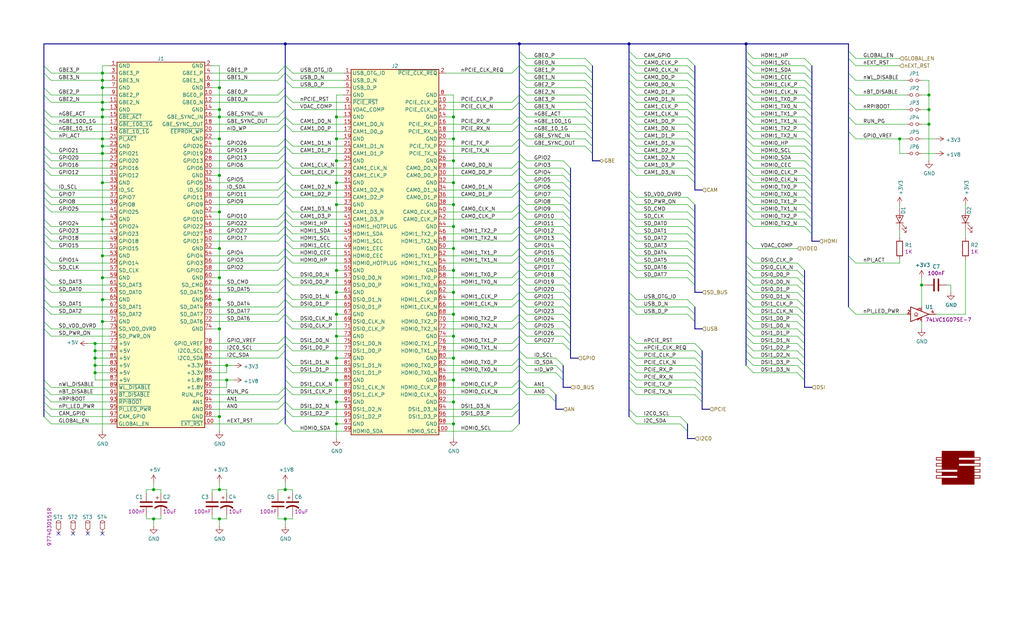
<source format=kicad_sch>
(kicad_sch (version 20211123) (generator eeschema)
  (paper "USLegal")
  (bus_alias "GBE" (members "GBE0_P" "GBE0_N" "GBE1_P" "GBE1_N" "GBE2_P" "GBE2_N" "GBE3_P" "GBE3_N" "nGBE_ACT" "nGBE_100_1G" "nGBE_10_1G" "GBE_SYNC_IN" "GBE_SYNC_OUT"))
  (junction (at 116.84 40.64))
  (junction (at 157.48 55.88))
  (junction (at 76.2 38.1))
  (junction (at 116.84 55.88))
  (junction (at 35.56 53.34))
  (junction (at 157.48 139.7))
  (junction (at 157.48 124.46))
  (junction (at 35.56 48.26))
  (junction (at 157.48 86.36))
  (junction (at 312.42 48.26))
  (junction (at 157.48 48.26))
  (junction (at 33.02 119.38))
  (junction (at 157.48 109.22))
  (junction (at 99.06 170.18))
  (junction (at 157.48 40.64))
  (junction (at 33.02 124.46))
  (junction (at 157.48 93.98))
  (junction (at 76.2 104.14))
  (junction (at 116.84 71.12))
  (junction (at 76.2 30.48))
  (junction (at 157.48 132.08))
  (junction (at 157.48 101.6))
  (junction (at 157.48 63.5))
  (junction (at 78.74 132.08))
  (junction (at 35.56 76.2))
  (junction (at 76.2 48.26))
  (junction (at 76.2 86.36))
  (junction (at 218.44 15.24))
  (junction (at 157.48 71.12))
  (junction (at 53.34 180.34))
  (junction (at 116.84 132.08))
  (junction (at 116.84 139.7))
  (junction (at 78.74 127))
  (junction (at 157.48 78.74))
  (junction (at 35.56 35.56))
  (junction (at 116.84 116.84))
  (junction (at 35.56 30.48))
  (junction (at 53.34 170.18))
  (junction (at 33.02 127))
  (junction (at 99.06 180.34))
  (junction (at 157.48 147.32))
  (junction (at 76.2 96.52))
  (junction (at 322.58 43.18))
  (junction (at 35.56 96.52))
  (junction (at 116.84 147.32))
  (junction (at 35.56 25.4))
  (junction (at 35.56 50.8))
  (junction (at 76.2 144.78))
  (junction (at 35.56 40.64))
  (junction (at 320.04 99.06))
  (junction (at 322.58 38.1))
  (junction (at 116.84 109.22))
  (junction (at 35.56 38.1))
  (junction (at 76.2 170.18))
  (junction (at 76.2 114.3))
  (junction (at 35.56 63.5))
  (junction (at 76.2 73.66))
  (junction (at 322.58 33.02))
  (junction (at 35.56 27.94))
  (junction (at 99.06 15.24))
  (junction (at 157.48 116.84))
  (junction (at 35.56 88.9))
  (junction (at 116.84 101.6))
  (junction (at 35.56 104.14))
  (junction (at 33.02 121.92))
  (junction (at 259.08 15.24))
  (junction (at 35.56 111.76))
  (junction (at 180.34 15.24))
  (junction (at 116.84 48.26))
  (junction (at 116.84 124.46))
  (junction (at 116.84 93.98))
  (junction (at 33.02 129.54))
  (junction (at 76.2 180.34))
  (junction (at 116.84 63.5))
  (junction (at 76.2 40.64))
  (junction (at 76.2 60.96))
  (no_connect (at 25.4 185.42))
  (no_connect (at 20.32 185.42))
  (no_connect (at 35.56 185.42))
  (no_connect (at 30.48 185.42))
  (bus_entry (at 177.8 81.28) (size 2.54 -2.54))
  (bus_entry (at 15.24 144.78) (size 2.54 2.54))
  (bus_entry (at 276.86 114.3) (size 2.54 2.54))
  (bus_entry (at 15.24 134.62) (size 2.54 2.54))
  (bus_entry (at 218.44 73.66) (size 2.54 2.54))
  (bus_entry (at 177.8 88.9) (size 2.54 -2.54))
  (bus_entry (at 218.44 71.12) (size 2.54 2.54))
  (bus_entry (at 238.76 76.2) (size 2.54 2.54))
  (bus_entry (at 238.76 40.64) (size 2.54 2.54))
  (bus_entry (at 238.76 43.18) (size 2.54 2.54))
  (bus_entry (at 195.58 58.42) (size 2.54 2.54))
  (bus_entry (at 241.3 119.38) (size 2.54 2.54))
  (bus_entry (at 177.8 104.14) (size 2.54 -2.54))
  (bus_entry (at 180.34 127) (size 2.54 2.54))
  (bus_entry (at 15.24 40.64) (size 2.54 2.54))
  (bus_entry (at 279.4 25.4) (size 2.54 2.54))
  (bus_entry (at 259.08 119.38) (size 2.54 2.54))
  (bus_entry (at 218.44 68.58) (size 2.54 2.54))
  (bus_entry (at 259.08 66.04) (size 2.54 2.54))
  (bus_entry (at 180.34 101.6) (size 2.54 2.54))
  (bus_entry (at 96.52 99.06) (size 2.54 -2.54))
  (bus_entry (at 177.8 50.8) (size 2.54 -2.54))
  (bus_entry (at 294.64 40.64) (size 2.54 2.54))
  (bus_entry (at 177.8 58.42) (size 2.54 -2.54))
  (bus_entry (at 96.52 53.34) (size 2.54 -2.54))
  (bus_entry (at 96.52 106.68) (size 2.54 -2.54))
  (bus_entry (at 180.34 48.26) (size 2.54 2.54))
  (bus_entry (at 180.34 68.58) (size 2.54 2.54))
  (bus_entry (at 96.52 93.98) (size 2.54 -2.54))
  (bus_entry (at 15.24 53.34) (size 2.54 2.54))
  (bus_entry (at 180.34 76.2) (size 2.54 2.54))
  (bus_entry (at 15.24 38.1) (size 2.54 2.54))
  (bus_entry (at 238.76 68.58) (size 2.54 2.54))
  (bus_entry (at 195.58 116.84) (size 2.54 2.54))
  (bus_entry (at 177.8 73.66) (size 2.54 -2.54))
  (bus_entry (at 195.58 91.44) (size 2.54 2.54))
  (bus_entry (at 180.34 43.18) (size 2.54 2.54))
  (bus_entry (at 279.4 38.1) (size 2.54 2.54))
  (bus_entry (at 177.8 91.44) (size 2.54 -2.54))
  (bus_entry (at 180.34 20.32) (size 2.54 2.54))
  (bus_entry (at 218.44 45.72) (size 2.54 2.54))
  (bus_entry (at 96.52 88.9) (size 2.54 -2.54))
  (bus_entry (at 238.76 22.86) (size 2.54 2.54))
  (bus_entry (at 238.76 93.98) (size 2.54 2.54))
  (bus_entry (at 177.8 66.04) (size 2.54 -2.54))
  (bus_entry (at 218.44 58.42) (size 2.54 2.54))
  (bus_entry (at 259.08 27.94) (size 2.54 2.54))
  (bus_entry (at 276.86 124.46) (size 2.54 2.54))
  (bus_entry (at 203.2 45.72) (size 2.54 2.54))
  (bus_entry (at 177.8 99.06) (size 2.54 -2.54))
  (bus_entry (at 180.34 124.46) (size 2.54 2.54))
  (bus_entry (at 279.4 22.86) (size 2.54 2.54))
  (bus_entry (at 180.34 86.36) (size 2.54 2.54))
  (bus_entry (at 259.08 33.02) (size 2.54 2.54))
  (bus_entry (at 259.08 58.42) (size 2.54 2.54))
  (bus_entry (at 259.08 114.3) (size 2.54 2.54))
  (bus_entry (at 177.8 76.2) (size 2.54 -2.54))
  (bus_entry (at 218.44 129.54) (size 2.54 2.54))
  (bus_entry (at 259.08 45.72) (size 2.54 2.54))
  (bus_entry (at 238.76 53.34) (size 2.54 2.54))
  (bus_entry (at 99.06 88.9) (size 2.54 2.54))
  (bus_entry (at 259.08 127) (size 2.54 2.54))
  (bus_entry (at 177.8 96.52) (size 2.54 -2.54))
  (bus_entry (at 99.06 93.98) (size 2.54 2.54))
  (bus_entry (at 180.34 83.82) (size 2.54 2.54))
  (bus_entry (at 15.24 68.58) (size 2.54 2.54))
  (bus_entry (at 180.34 111.76) (size 2.54 2.54))
  (bus_entry (at 15.24 55.88) (size 2.54 2.54))
  (bus_entry (at 96.52 147.32) (size 2.54 -2.54))
  (bus_entry (at 180.34 91.44) (size 2.54 2.54))
  (bus_entry (at 238.76 109.22) (size 2.54 2.54))
  (bus_entry (at 180.34 109.22) (size 2.54 2.54))
  (bus_entry (at 238.76 91.44) (size 2.54 2.54))
  (bus_entry (at 259.08 43.18) (size 2.54 2.54))
  (bus_entry (at 259.08 101.6) (size 2.54 2.54))
  (bus_entry (at 195.58 60.96) (size 2.54 2.54))
  (bus_entry (at 99.06 66.04) (size 2.54 2.54))
  (bus_entry (at 218.44 134.62) (size 2.54 2.54))
  (bus_entry (at 279.4 35.56) (size 2.54 2.54))
  (bus_entry (at 195.58 101.6) (size 2.54 2.54))
  (bus_entry (at 180.34 116.84) (size 2.54 2.54))
  (bus_entry (at 195.58 109.22) (size 2.54 2.54))
  (bus_entry (at 15.24 71.12) (size 2.54 2.54))
  (bus_entry (at 15.24 99.06) (size 2.54 2.54))
  (bus_entry (at 259.08 99.06) (size 2.54 2.54))
  (bus_entry (at 276.86 91.44) (size 2.54 2.54))
  (bus_entry (at 177.8 142.24) (size 2.54 -2.54))
  (bus_entry (at 259.08 104.14) (size 2.54 2.54))
  (bus_entry (at 203.2 48.26) (size 2.54 2.54))
  (bus_entry (at 96.52 124.46) (size 2.54 -2.54))
  (bus_entry (at 15.24 137.16) (size 2.54 2.54))
  (bus_entry (at 15.24 96.52) (size 2.54 2.54))
  (bus_entry (at 259.08 116.84) (size 2.54 2.54))
  (bus_entry (at 180.34 38.1) (size 2.54 2.54))
  (bus_entry (at 259.08 83.82) (size 2.54 2.54))
  (bus_entry (at 259.08 93.98) (size 2.54 2.54))
  (bus_entry (at 241.3 121.92) (size 2.54 2.54))
  (bus_entry (at 203.2 35.56) (size 2.54 2.54))
  (bus_entry (at 180.34 81.28) (size 2.54 2.54))
  (bus_entry (at 203.2 22.86) (size 2.54 2.54))
  (bus_entry (at 259.08 20.32) (size 2.54 2.54))
  (bus_entry (at 259.08 40.64) (size 2.54 2.54))
  (bus_entry (at 276.86 127) (size 2.54 2.54))
  (bus_entry (at 218.44 142.24) (size 2.54 2.54))
  (bus_entry (at 99.06 134.62) (size 2.54 2.54))
  (bus_entry (at 99.06 111.76) (size 2.54 2.54))
  (bus_entry (at 99.06 127) (size 2.54 2.54))
  (bus_entry (at 96.52 45.72) (size 2.54 -2.54))
  (bus_entry (at 180.34 63.5) (size 2.54 2.54))
  (bus_entry (at 195.58 104.14) (size 2.54 2.54))
  (bus_entry (at 177.8 25.4) (size 2.54 -2.54))
  (bus_entry (at 259.08 55.88) (size 2.54 2.54))
  (bus_entry (at 238.76 88.9) (size 2.54 2.54))
  (bus_entry (at 15.24 139.7) (size 2.54 2.54))
  (bus_entry (at 259.08 53.34) (size 2.54 2.54))
  (bus_entry (at 238.76 86.36) (size 2.54 2.54))
  (bus_entry (at 96.52 33.02) (size 2.54 -2.54))
  (bus_entry (at 276.86 111.76) (size 2.54 2.54))
  (bus_entry (at 177.8 111.76) (size 2.54 -2.54))
  (bus_entry (at 96.52 109.22) (size 2.54 -2.54))
  (bus_entry (at 177.8 114.3) (size 2.54 -2.54))
  (bus_entry (at 238.76 106.68) (size 2.54 2.54))
  (bus_entry (at 276.86 116.84) (size 2.54 2.54))
  (bus_entry (at 195.58 68.58) (size 2.54 2.54))
  (bus_entry (at 15.24 81.28) (size 2.54 2.54))
  (bus_entry (at 180.34 40.64) (size 2.54 2.54))
  (bus_entry (at 279.4 50.8) (size 2.54 2.54))
  (bus_entry (at 259.08 63.5) (size 2.54 2.54))
  (bus_entry (at 99.06 119.38) (size 2.54 2.54))
  (bus_entry (at 279.4 33.02) (size 2.54 2.54))
  (bus_entry (at 203.2 50.8) (size 2.54 2.54))
  (bus_entry (at 96.52 137.16) (size 2.54 -2.54))
  (bus_entry (at 177.8 60.96) (size 2.54 -2.54))
  (bus_entry (at 218.44 124.46) (size 2.54 2.54))
  (bus_entry (at 177.8 43.18) (size 2.54 -2.54))
  (bus_entry (at 241.3 124.46) (size 2.54 2.54))
  (bus_entry (at 218.44 83.82) (size 2.54 2.54))
  (bus_entry (at 195.58 111.76) (size 2.54 2.54))
  (bus_entry (at 259.08 48.26) (size 2.54 2.54))
  (bus_entry (at 241.3 137.16) (size 2.54 2.54))
  (bus_entry (at 96.52 76.2) (size 2.54 -2.54))
  (bus_entry (at 96.52 119.38) (size 2.54 -2.54))
  (bus_entry (at 180.34 99.06) (size 2.54 2.54))
  (bus_entry (at 99.06 76.2) (size 2.54 2.54))
  (bus_entry (at 276.86 101.6) (size 2.54 2.54))
  (bus_entry (at 238.76 25.4) (size 2.54 2.54))
  (bus_entry (at 238.76 81.28) (size 2.54 2.54))
  (bus_entry (at 99.06 139.7) (size 2.54 2.54))
  (bus_entry (at 99.06 50.8) (size 2.54 2.54))
  (bus_entry (at 15.24 114.3) (size 2.54 2.54))
  (bus_entry (at 195.58 71.12) (size 2.54 2.54))
  (bus_entry (at 180.34 35.56) (size 2.54 2.54))
  (bus_entry (at 276.86 93.98) (size 2.54 2.54))
  (bus_entry (at 218.44 81.28) (size 2.54 2.54))
  (bus_entry (at 15.24 58.42) (size 2.54 2.54))
  (bus_entry (at 99.06 124.46) (size 2.54 2.54))
  (bus_entry (at 15.24 45.72) (size 2.54 2.54))
  (bus_entry (at 218.44 38.1) (size 2.54 2.54))
  (bus_entry (at 276.86 96.52) (size 2.54 2.54))
  (bus_entry (at 279.4 20.32) (size 2.54 2.54))
  (bus_entry (at 279.4 55.88) (size 2.54 2.54))
  (bus_entry (at 218.44 106.68) (size 2.54 2.54))
  (bus_entry (at 259.08 71.12) (size 2.54 2.54))
  (bus_entry (at 238.76 104.14) (size 2.54 2.54))
  (bus_entry (at 218.44 66.04) (size 2.54 2.54))
  (bus_entry (at 99.06 116.84) (size 2.54 2.54))
  (bus_entry (at 177.8 129.54) (size 2.54 -2.54))
  (bus_entry (at 279.4 45.72) (size 2.54 2.54))
  (bus_entry (at 195.58 83.82) (size 2.54 2.54))
  (bus_entry (at 218.44 43.18) (size 2.54 2.54))
  (bus_entry (at 15.24 25.4) (size 2.54 2.54))
  (bus_entry (at 180.34 30.48) (size 2.54 2.54))
  (bus_entry (at 218.44 22.86) (size 2.54 2.54))
  (bus_entry (at 99.06 58.42) (size 2.54 2.54))
  (bus_entry (at 195.58 93.98) (size 2.54 2.54))
  (bus_entry (at 238.76 78.74) (size 2.54 2.54))
  (bus_entry (at 177.8 119.38) (size 2.54 -2.54))
  (bus_entry (at 195.58 99.06) (size 2.54 2.54))
  (bus_entry (at 96.52 91.44) (size 2.54 -2.54))
  (bus_entry (at 259.08 76.2) (size 2.54 2.54))
  (bus_entry (at 241.3 132.08) (size 2.54 2.54))
  (bus_entry (at 259.08 109.22) (size 2.54 2.54))
  (bus_entry (at 259.08 60.96) (size 2.54 2.54))
  (bus_entry (at 218.44 40.64) (size 2.54 2.54))
  (bus_entry (at 294.64 30.48) (size 2.54 2.54))
  (bus_entry (at 96.52 71.12) (size 2.54 -2.54))
  (bus_entry (at 203.2 27.94) (size 2.54 2.54))
  (bus_entry (at 180.34 33.02) (size 2.54 2.54))
  (bus_entry (at 96.52 66.04) (size 2.54 -2.54))
  (bus_entry (at 180.34 78.74) (size 2.54 2.54))
  (bus_entry (at 203.2 40.64) (size 2.54 2.54))
  (bus_entry (at 195.58 81.28) (size 2.54 2.54))
  (bus_entry (at 203.2 43.18) (size 2.54 2.54))
  (bus_entry (at 218.44 78.74) (size 2.54 2.54))
  (bus_entry (at 190.5 137.16) (size 2.54 2.54))
  (bus_entry (at 294.64 45.72) (size 2.54 2.54))
  (bus_entry (at 96.52 58.42) (size 2.54 -2.54))
  (bus_entry (at 276.86 104.14) (size 2.54 2.54))
  (bus_entry (at 15.24 132.08) (size 2.54 2.54))
  (bus_entry (at 99.06 43.18) (size 2.54 2.54))
  (bus_entry (at 177.8 68.58) (size 2.54 -2.54))
  (bus_entry (at 259.08 124.46) (size 2.54 2.54))
  (bus_entry (at 177.8 106.68) (size 2.54 -2.54))
  (bus_entry (at 238.76 58.42) (size 2.54 2.54))
  (bus_entry (at 218.44 93.98) (size 2.54 2.54))
  (bus_entry (at 238.76 20.32) (size 2.54 2.54))
  (bus_entry (at 15.24 76.2) (size 2.54 2.54))
  (bus_entry (at 238.76 96.52) (size 2.54 2.54))
  (bus_entry (at 15.24 63.5) (size 2.54 2.54))
  (bus_entry (at 259.08 68.58) (size 2.54 2.54))
  (bus_entry (at 99.06 35.56) (size 2.54 2.54))
  (bus_entry (at 99.06 81.28) (size 2.54 2.54))
  (bus_entry (at 177.8 45.72) (size 2.54 -2.54))
  (bus_entry (at 15.24 111.76) (size 2.54 2.54))
  (bus_entry (at 180.34 55.88) (size 2.54 2.54))
  (bus_entry (at 276.86 129.54) (size 2.54 2.54))
  (bus_entry (at 99.06 147.32) (size 2.54 2.54))
  (bus_entry (at 294.64 25.4) (size 2.54 2.54))
  (bus_entry (at 15.24 33.02) (size 2.54 2.54))
  (bus_entry (at 15.24 142.24) (size 2.54 2.54))
  (bus_entry (at 180.34 53.34) (size 2.54 2.54))
  (bus_entry (at 177.8 35.56) (size 2.54 -2.54))
  (bus_entry (at 99.06 33.02) (size 2.54 2.54))
  (bus_entry (at 241.3 127) (size 2.54 2.54))
  (bus_entry (at 294.64 88.9) (size 2.54 2.54))
  (bus_entry (at 203.2 33.02) (size 2.54 2.54))
  (bus_entry (at 279.4 40.64) (size 2.54 2.54))
  (bus_entry (at 99.06 48.26) (size 2.54 2.54))
  (bus_entry (at 99.06 86.36) (size 2.54 2.54))
  (bus_entry (at 236.22 144.78) (size 2.54 2.54))
  (bus_entry (at 279.4 30.48) (size 2.54 2.54))
  (bus_entry (at 279.4 53.34) (size 2.54 2.54))
  (bus_entry (at 203.2 20.32) (size 2.54 2.54))
  (bus_entry (at 96.52 27.94) (size 2.54 -2.54))
  (bus_entry (at 177.8 144.78) (size 2.54 -2.54))
  (bus_entry (at 96.52 25.4) (size 2.54 -2.54))
  (bus_entry (at 96.52 55.88) (size 2.54 -2.54))
  (bus_entry (at 177.8 38.1) (size 2.54 -2.54))
  (bus_entry (at 218.44 30.48) (size 2.54 2.54))
  (bus_entry (at 180.34 60.96) (size 2.54 2.54))
  (bus_entry (at 15.24 50.8) (size 2.54 2.54))
  (bus_entry (at 99.06 27.94) (size 2.54 2.54))
  (bus_entry (at 241.3 129.54) (size 2.54 2.54))
  (bus_entry (at 294.64 35.56) (size 2.54 2.54))
  (bus_entry (at 99.06 78.74) (size 2.54 2.54))
  (bus_entry (at 294.64 20.32) (size 2.54 2.54))
  (bus_entry (at 238.76 83.82) (size 2.54 2.54))
  (bus_entry (at 15.24 43.18) (size 2.54 2.54))
  (bus_entry (at 99.06 96.52) (size 2.54 2.54))
  (bus_entry (at 195.58 88.9) (size 2.54 2.54))
  (bus_entry (at 294.64 17.78) (size 2.54 2.54))
  (bus_entry (at 238.76 71.12) (size 2.54 2.54))
  (bus_entry (at 218.44 119.38) (size 2.54 2.54))
  (bus_entry (at 177.8 121.92) (size 2.54 -2.54))
  (bus_entry (at 177.8 127) (size 2.54 -2.54))
  (bus_entry (at 218.44 86.36) (size 2.54 2.54))
  (bus_entry (at 259.08 88.9) (size 2.54 2.54))
  (bus_entry (at 238.76 45.72) (size 2.54 2.54))
  (bus_entry (at 99.06 83.82) (size 2.54 2.54))
  (bus_entry (at 279.4 43.18) (size 2.54 2.54))
  (bus_entry (at 195.58 55.88) (size 2.54 2.54))
  (bus_entry (at 279.4 60.96) (size 2.54 2.54))
  (bus_entry (at 276.86 99.06) (size 2.54 2.54))
  (bus_entry (at 96.52 78.74) (size 2.54 -2.54))
  (bus_entry (at 203.2 38.1) (size 2.54 2.54))
  (bus_entry (at 279.4 63.5) (size 2.54 2.54))
  (bus_entry (at 193.04 124.46) (size 2.54 2.54))
  (bus_entry (at 259.08 91.44) (size 2.54 2.54))
  (bus_entry (at 180.34 121.92) (size 2.54 2.54))
  (bus_entry (at 15.24 66.04) (size 2.54 2.54))
  (bus_entry (at 195.58 63.5) (size 2.54 2.54))
  (bus_entry (at 218.44 48.26) (size 2.54 2.54))
  (bus_entry (at 195.58 119.38) (size 2.54 2.54))
  (bus_entry (at 195.58 86.36) (size 2.54 2.54))
  (bus_entry (at 15.24 91.44) (size 2.54 2.54))
  (bus_entry (at 218.44 53.34) (size 2.54 2.54))
  (bus_entry (at 238.76 30.48) (size 2.54 2.54))
  (bus_entry (at 96.52 43.18) (size 2.54 -2.54))
  (bus_entry (at 99.06 63.5) (size 2.54 2.54))
  (bus_entry (at 180.34 104.14) (size 2.54 2.54))
  (bus_entry (at 96.52 40.64) (size 2.54 -2.54))
  (bus_entry (at 180.34 93.98) (size 2.54 2.54))
  (bus_entry (at 276.86 121.92) (size 2.54 2.54))
  (bus_entry (at 218.44 132.08) (size 2.54 2.54))
  (bus_entry (at 218.44 50.8) (size 2.54 2.54))
  (bus_entry (at 259.08 111.76) (size 2.54 2.54))
  (bus_entry (at 96.52 81.28) (size 2.54 -2.54))
  (bus_entry (at 279.4 73.66) (size 2.54 2.54))
  (bus_entry (at 180.34 22.86) (size 2.54 2.54))
  (bus_entry (at 195.58 66.04) (size 2.54 2.54))
  (bus_entry (at 238.76 33.02) (size 2.54 2.54))
  (bus_entry (at 279.4 66.04) (size 2.54 2.54))
  (bus_entry (at 180.34 106.68) (size 2.54 2.54))
  (bus_entry (at 259.08 25.4) (size 2.54 2.54))
  (bus_entry (at 218.44 101.6) (size 2.54 2.54))
  (bus_entry (at 218.44 35.56) (size 2.54 2.54))
  (bus_entry (at 180.34 114.3) (size 2.54 2.54))
  (bus_entry (at 236.22 147.32) (size 2.54 2.54))
  (bus_entry (at 99.06 132.08) (size 2.54 2.54))
  (bus_entry (at 259.08 96.52) (size 2.54 2.54))
  (bus_entry (at 180.34 88.9) (size 2.54 2.54))
  (bus_entry (at 218.44 104.14) (size 2.54 2.54))
  (bus_entry (at 15.24 22.86) (size 2.54 2.54))
  (bus_entry (at 15.24 30.48) (size 2.54 2.54))
  (bus_entry (at 15.24 88.9) (size 2.54 2.54))
  (bus_entry (at 180.34 96.52) (size 2.54 2.54))
  (bus_entry (at 279.4 76.2) (size 2.54 2.54))
  (bus_entry (at 259.08 106.68) (size 2.54 2.54))
  (bus_entry (at 238.76 50.8) (size 2.54 2.54))
  (bus_entry (at 218.44 17.78) (size 2.54 2.54))
  (bus_entry (at 180.34 17.78) (size 2.54 2.54))
  (bus_entry (at 238.76 55.88) (size 2.54 2.54))
  (bus_entry (at 15.24 78.74) (size 2.54 2.54))
  (bus_entry (at 279.4 78.74) (size 2.54 2.54))
  (bus_entry (at 259.08 30.48) (size 2.54 2.54))
  (bus_entry (at 177.8 134.62) (size 2.54 -2.54))
  (bus_entry (at 193.04 129.54) (size 2.54 2.54))
  (bus_entry (at 96.52 139.7) (size 2.54 -2.54))
  (bus_entry (at 99.06 25.4) (size 2.54 2.54))
  (bus_entry (at 218.44 25.4) (size 2.54 2.54))
  (bus_entry (at 218.44 76.2) (size 2.54 2.54))
  (bus_entry (at 177.8 83.82) (size 2.54 -2.54))
  (bus_entry (at 218.44 121.92) (size 2.54 2.54))
  (bus_entry (at 195.58 114.3) (size 2.54 2.54))
  (bus_entry (at 96.52 83.82) (size 2.54 -2.54))
  (bus_entry (at 96.52 35.56) (size 2.54 -2.54))
  (bus_entry (at 279.4 71.12) (size 2.54 2.54))
  (bus_entry (at 218.44 116.84) (size 2.54 2.54))
  (bus_entry (at 259.08 17.78) (size 2.54 2.54))
  (bus_entry (at 279.4 27.94) (size 2.54 2.54))
  (bus_entry (at 180.34 71.12) (size 2.54 2.54))
  (bus_entry (at 99.06 101.6) (size 2.54 2.54))
  (bus_entry (at 259.08 73.66) (size 2.54 2.54))
  (bus_entry (at 218.44 88.9) (size 2.54 2.54))
  (bus_entry (at 193.04 127) (size 2.54 2.54))
  (bus_entry (at 99.06 109.22) (size 2.54 2.54))
  (bus_entry (at 99.06 22.86) (size 2.54 2.54))
  (bus_entry (at 238.76 38.1) (size 2.54 2.54))
  (bus_entry (at 238.76 73.66) (size 2.54 2.54))
  (bus_entry (at 259.08 50.8) (size 2.54 2.54))
  (bus_entry (at 96.52 111.76) (size 2.54 -2.54))
  (bus_entry (at 259.08 121.92) (size 2.54 2.54))
  (bus_entry (at 195.58 78.74) (size 2.54 2.54))
  (bus_entry (at 238.76 35.56) (size 2.54 2.54))
  (bus_entry (at 99.06 73.66) (size 2.54 2.54))
  (bus_entry (at 180.34 58.42) (size 2.54 2.54))
  (bus_entry (at 177.8 137.16) (size 2.54 -2.54))
  (bus_entry (at 203.2 30.48) (size 2.54 2.54))
  (bus_entry (at 195.58 106.68) (size 2.54 2.54))
  (bus_entry (at 96.52 68.58) (size 2.54 -2.54))
  (bus_entry (at 218.44 27.94) (size 2.54 2.54))
  (bus_entry (at 259.08 38.1) (size 2.54 2.54))
  (bus_entry (at 259.08 35.56) (size 2.54 2.54))
  (bus_entry (at 96.52 121.92) (size 2.54 -2.54))
  (bus_entry (at 190.5 134.62) (size 2.54 2.54))
  (bus_entry (at 203.2 25.4) (size 2.54 2.54))
  (bus_entry (at 294.64 106.68) (size 2.54 2.54))
  (bus_entry (at 180.34 73.66) (size 2.54 2.54))
  (bus_entry (at 218.44 55.88) (size 2.54 2.54))
  (bus_entry (at 180.34 132.08) (size 2.54 2.54))
  (bus_entry (at 195.58 96.52) (size 2.54 2.54))
  (bus_entry (at 238.76 60.96) (size 2.54 2.54))
  (bus_entry (at 15.24 83.82) (size 2.54 2.54))
  (bus_entry (at 96.52 142.24) (size 2.54 -2.54))
  (bus_entry (at 218.44 33.02) (size 2.54 2.54))
  (bus_entry (at 195.58 73.66) (size 2.54 2.54))
  (bus_entry (at 99.06 71.12) (size 2.54 2.54))
  (bus_entry (at 195.58 76.2) (size 2.54 2.54))
  (bus_entry (at 279.4 68.58) (size 2.54 2.54))
  (bus_entry (at 96.52 63.5) (size 2.54 -2.54))
  (bus_entry (at 15.24 104.14) (size 2.54 2.54))
  (bus_entry (at 218.44 127) (size 2.54 2.54))
  (bus_entry (at 96.52 50.8) (size 2.54 -2.54))
  (bus_entry (at 99.06 40.64) (size 2.54 2.54))
  (bus_entry (at 259.08 22.86) (size 2.54 2.54))
  (bus_entry (at 241.3 134.62) (size 2.54 2.54))
  (bus_entry (at 218.44 91.44) (size 2.54 2.54))
  (bus_entry (at 238.76 48.26) (size 2.54 2.54))
  (bus_entry (at 180.34 25.4) (size 2.54 2.54))
  (bus_entry (at 15.24 106.68) (size 2.54 2.54))
  (bus_entry (at 218.44 144.78) (size 2.54 2.54))
  (bus_entry (at 279.4 48.26) (size 2.54 2.54))
  (bus_entry (at 99.06 55.88) (size 2.54 2.54))
  (bus_entry (at 177.8 149.86) (size 2.54 -2.54))
  (bus_entry (at 177.8 53.34) (size 2.54 -2.54))
  (bus_entry (at 276.86 106.68) (size 2.54 2.54))
  (bus_entry (at 180.34 27.94) (size 2.54 2.54))
  (bus_entry (at 180.34 66.04) (size 2.54 2.54))
  (bus_entry (at 99.06 104.14) (size 2.54 2.54))
  (bus_entry (at 276.86 119.38) (size 2.54 2.54))
  (bus_entry (at 180.34 134.62) (size 2.54 2.54))
  (bus_entry (at 276.86 109.22) (size 2.54 2.54))
  (bus_entry (at 279.4 58.42) (size 2.54 2.54))
  (bus_entry (at 218.44 20.32) (size 2.54 2.54))
  (bus_entry (at 238.76 27.94) (size 2.54 2.54))
  (bus_entry (at 96.52 101.6) (size 2.54 -2.54))
  (bus_entry (at 180.34 45.72) (size 2.54 2.54))
  (bus_entry (at 99.06 142.24) (size 2.54 2.54))
  (bus (pts (xy 180.34 132.08) (xy 180.34 134.62)))
  (wire (pts (xy 35.56 40.64) (xy 35.56 48.26)))
  (bus (pts (xy 180.34 25.4) (xy 180.34 27.94)))
  (wire (pts (xy 203.2 48.26) (xy 182.88 48.26)))
  (wire (pts (xy 203.2 45.72) (xy 182.88 45.72)))
  (wire (pts (xy 73.66 96.52) (xy 76.2 96.52)))
  (wire (pts (xy 238.76 78.74) (xy 220.98 78.74)))
  (wire (pts (xy 17.78 116.84) (xy 38.1 116.84)))
  (bus (pts (xy 259.08 111.76) (xy 259.08 114.3)))
  (bus (pts (xy 259.08 40.64) (xy 259.08 43.18)))
  (bus (pts (xy 241.3 22.86) (xy 241.3 25.4)))
  (bus (pts (xy 99.06 73.66) (xy 99.06 76.2)))
  (wire (pts (xy 261.62 101.6) (xy 276.86 101.6)))
  (bus (pts (xy 99.06 104.14) (xy 99.06 106.68)))
  (wire (pts (xy 297.18 109.22) (xy 314.96 109.22)))
  (bus (pts (xy 241.3 78.74) (xy 241.3 81.28)))
  (bus (pts (xy 294.64 17.78) (xy 294.64 20.32)))
  (wire (pts (xy 17.78 81.28) (xy 38.1 81.28)))
  (wire (pts (xy 220.98 22.86) (xy 238.76 22.86)))
  (bus (pts (xy 294.64 88.9) (xy 294.64 106.68)))
  (bus (pts (xy 241.3 58.42) (xy 241.3 60.96)))
  (wire (pts (xy 99.06 170.18) (xy 101.6 170.18)))
  (wire (pts (xy 276.86 119.38) (xy 261.62 119.38)))
  (bus (pts (xy 218.44 15.24) (xy 180.34 15.24)))
  (wire (pts (xy 220.98 134.62) (xy 241.3 134.62)))
  (wire (pts (xy 17.78 147.32) (xy 38.1 147.32)))
  (wire (pts (xy 190.5 134.62) (xy 182.88 134.62)))
  (wire (pts (xy 101.6 180.34) (xy 101.6 179.07)))
  (wire (pts (xy 96.52 101.6) (xy 73.66 101.6)))
  (wire (pts (xy 276.86 124.46) (xy 261.62 124.46)))
  (bus (pts (xy 241.3 76.2) (xy 241.3 78.74)))
  (wire (pts (xy 101.6 142.24) (xy 119.38 142.24)))
  (wire (pts (xy 35.56 53.34) (xy 35.56 63.5)))
  (wire (pts (xy 38.1 129.54) (xy 33.02 129.54)))
  (bus (pts (xy 218.44 55.88) (xy 218.44 58.42)))
  (wire (pts (xy 193.04 127) (xy 182.88 127)))
  (bus (pts (xy 279.4 106.68) (xy 279.4 109.22)))
  (wire (pts (xy 157.48 71.12) (xy 157.48 78.74)))
  (wire (pts (xy 320.04 99.06) (xy 321.31 99.06)))
  (wire (pts (xy 154.94 86.36) (xy 157.48 86.36)))
  (wire (pts (xy 322.58 38.1) (xy 322.58 43.18)))
  (wire (pts (xy 177.8 66.04) (xy 154.94 66.04)))
  (bus (pts (xy 180.34 22.86) (xy 180.34 25.4)))
  (bus (pts (xy 180.34 66.04) (xy 180.34 68.58)))
  (wire (pts (xy 154.94 63.5) (xy 157.48 63.5)))
  (bus (pts (xy 279.4 121.92) (xy 279.4 124.46)))
  (wire (pts (xy 17.78 139.7) (xy 38.1 139.7)))
  (bus (pts (xy 15.24 22.86) (xy 15.24 25.4)))
  (bus (pts (xy 198.12 73.66) (xy 198.12 76.2)))
  (bus (pts (xy 99.06 119.38) (xy 99.06 121.92)))
  (wire (pts (xy 119.38 48.26) (xy 116.84 48.26)))
  (wire (pts (xy 50.8 170.18) (xy 53.34 170.18)))
  (bus (pts (xy 259.08 93.98) (xy 259.08 96.52)))
  (wire (pts (xy 101.6 96.52) (xy 119.38 96.52)))
  (wire (pts (xy 116.84 93.98) (xy 119.38 93.98)))
  (wire (pts (xy 312.42 71.12) (xy 312.42 72.39)))
  (bus (pts (xy 243.84 139.7) (xy 243.84 142.24)))
  (bus (pts (xy 259.08 63.5) (xy 259.08 66.04)))
  (wire (pts (xy 17.78 144.78) (xy 38.1 144.78)))
  (wire (pts (xy 38.1 38.1) (xy 35.56 38.1)))
  (bus (pts (xy 241.3 43.18) (xy 241.3 45.72)))
  (bus (pts (xy 243.84 114.3) (xy 241.3 114.3)))
  (bus (pts (xy 15.24 45.72) (xy 15.24 50.8)))
  (wire (pts (xy 154.94 45.72) (xy 177.8 45.72)))
  (bus (pts (xy 99.06 86.36) (xy 99.06 88.9)))
  (bus (pts (xy 246.38 142.24) (xy 243.84 142.24)))
  (bus (pts (xy 15.24 88.9) (xy 15.24 91.44)))
  (wire (pts (xy 220.98 33.02) (xy 238.76 33.02)))
  (wire (pts (xy 76.2 48.26) (xy 76.2 60.96)))
  (bus (pts (xy 205.74 30.48) (xy 205.74 33.02)))
  (wire (pts (xy 17.78 25.4) (xy 35.56 25.4)))
  (wire (pts (xy 220.98 53.34) (xy 238.76 53.34)))
  (wire (pts (xy 157.48 109.22) (xy 157.48 116.84)))
  (wire (pts (xy 119.38 147.32) (xy 116.84 147.32)))
  (bus (pts (xy 180.34 81.28) (xy 180.34 83.82)))
  (wire (pts (xy 261.62 106.68) (xy 276.86 106.68)))
  (bus (pts (xy 218.44 121.92) (xy 218.44 124.46)))
  (wire (pts (xy 73.66 66.04) (xy 96.52 66.04)))
  (bus (pts (xy 279.4 96.52) (xy 279.4 99.06)))
  (wire (pts (xy 101.6 73.66) (xy 119.38 73.66)))
  (bus (pts (xy 15.24 71.12) (xy 15.24 76.2)))
  (bus (pts (xy 241.3 99.06) (xy 241.3 101.6)))
  (bus (pts (xy 99.06 144.78) (xy 99.06 147.32)))
  (wire (pts (xy 220.98 76.2) (xy 238.76 76.2)))
  (bus (pts (xy 241.3 109.22) (xy 241.3 111.76)))
  (bus (pts (xy 218.44 104.14) (xy 218.44 106.68)))
  (bus (pts (xy 193.04 137.16) (xy 193.04 139.7)))
  (bus (pts (xy 99.06 63.5) (xy 99.06 66.04)))
  (bus (pts (xy 180.34 35.56) (xy 180.34 38.1)))
  (wire (pts (xy 261.62 27.94) (xy 279.4 27.94)))
  (bus (pts (xy 259.08 53.34) (xy 259.08 55.88)))
  (wire (pts (xy 101.6 50.8) (xy 119.38 50.8)))
  (bus (pts (xy 241.3 30.48) (xy 241.3 33.02)))
  (bus (pts (xy 15.24 15.24) (xy 99.06 15.24)))
  (wire (pts (xy 195.58 76.2) (xy 182.88 76.2)))
  (wire (pts (xy 261.62 38.1) (xy 279.4 38.1)))
  (wire (pts (xy 261.62 33.02) (xy 279.4 33.02)))
  (bus (pts (xy 15.24 50.8) (xy 15.24 53.34)))
  (wire (pts (xy 116.84 48.26) (xy 116.84 55.88)))
  (bus (pts (xy 281.94 30.48) (xy 281.94 33.02)))
  (bus (pts (xy 15.24 15.24) (xy 15.24 22.86)))
  (wire (pts (xy 73.66 38.1) (xy 76.2 38.1)))
  (bus (pts (xy 198.12 134.62) (xy 195.58 134.62)))
  (wire (pts (xy 17.78 55.88) (xy 38.1 55.88)))
  (wire (pts (xy 35.56 48.26) (xy 38.1 48.26)))
  (bus (pts (xy 180.34 60.96) (xy 180.34 63.5)))
  (bus (pts (xy 259.08 73.66) (xy 259.08 76.2)))
  (bus (pts (xy 218.44 81.28) (xy 218.44 83.82)))
  (bus (pts (xy 218.44 53.34) (xy 218.44 55.88)))
  (wire (pts (xy 154.94 116.84) (xy 157.48 116.84)))
  (wire (pts (xy 73.66 91.44) (xy 96.52 91.44)))
  (wire (pts (xy 195.58 55.88) (xy 182.88 55.88)))
  (wire (pts (xy 157.48 86.36) (xy 157.48 93.98)))
  (bus (pts (xy 281.94 68.58) (xy 281.94 71.12)))
  (bus (pts (xy 241.3 25.4) (xy 241.3 27.94)))
  (wire (pts (xy 193.04 124.46) (xy 182.88 124.46)))
  (bus (pts (xy 259.08 15.24) (xy 259.08 17.78)))
  (bus (pts (xy 259.08 116.84) (xy 259.08 119.38)))
  (wire (pts (xy 78.74 170.18) (xy 78.74 171.45)))
  (wire (pts (xy 154.94 121.92) (xy 177.8 121.92)))
  (bus (pts (xy 259.08 76.2) (xy 259.08 83.82)))
  (bus (pts (xy 281.94 40.64) (xy 281.94 43.18)))
  (bus (pts (xy 259.08 91.44) (xy 259.08 93.98)))
  (bus (pts (xy 218.44 27.94) (xy 218.44 30.48)))
  (wire (pts (xy 53.34 180.34) (xy 53.34 182.88)))
  (wire (pts (xy 220.98 106.68) (xy 238.76 106.68)))
  (wire (pts (xy 35.56 40.64) (xy 38.1 40.64)))
  (bus (pts (xy 205.74 38.1) (xy 205.74 40.64)))
  (wire (pts (xy 279.4 73.66) (xy 261.62 73.66)))
  (wire (pts (xy 78.74 129.54) (xy 78.74 127)))
  (bus (pts (xy 241.3 53.34) (xy 241.3 55.88)))
  (wire (pts (xy 195.58 60.96) (xy 182.88 60.96)))
  (bus (pts (xy 218.44 83.82) (xy 218.44 86.36)))
  (bus (pts (xy 218.44 142.24) (xy 218.44 144.78)))
  (bus (pts (xy 241.3 38.1) (xy 241.3 40.64)))
  (wire (pts (xy 119.38 60.96) (xy 101.6 60.96)))
  (wire (pts (xy 76.2 86.36) (xy 76.2 96.52)))
  (bus (pts (xy 15.24 66.04) (xy 15.24 68.58)))
  (wire (pts (xy 38.1 121.92) (xy 33.02 121.92)))
  (wire (pts (xy 73.66 171.45) (xy 73.66 170.18)))
  (bus (pts (xy 180.34 86.36) (xy 180.34 88.9)))
  (wire (pts (xy 38.1 30.48) (xy 35.56 30.48)))
  (wire (pts (xy 119.38 137.16) (xy 101.6 137.16)))
  (wire (pts (xy 50.8 180.34) (xy 53.34 180.34)))
  (bus (pts (xy 241.3 81.28) (xy 241.3 83.82)))
  (bus (pts (xy 218.44 20.32) (xy 218.44 22.86)))
  (bus (pts (xy 259.08 43.18) (xy 259.08 45.72)))
  (bus (pts (xy 281.94 60.96) (xy 281.94 63.5)))
  (wire (pts (xy 116.84 109.22) (xy 116.84 116.84)))
  (wire (pts (xy 17.78 58.42) (xy 38.1 58.42)))
  (wire (pts (xy 73.66 60.96) (xy 76.2 60.96)))
  (wire (pts (xy 38.1 76.2) (xy 35.56 76.2)))
  (wire (pts (xy 195.58 58.42) (xy 182.88 58.42)))
  (bus (pts (xy 241.3 88.9) (xy 241.3 91.44)))
  (bus (pts (xy 218.44 134.62) (xy 218.44 142.24)))
  (bus (pts (xy 99.06 22.86) (xy 99.06 25.4)))
  (wire (pts (xy 73.66 142.24) (xy 96.52 142.24)))
  (wire (pts (xy 154.94 129.54) (xy 177.8 129.54)))
  (bus (pts (xy 15.24 142.24) (xy 15.24 144.78)))
  (bus (pts (xy 15.24 55.88) (xy 15.24 58.42)))
  (bus (pts (xy 99.06 81.28) (xy 99.06 83.82)))
  (bus (pts (xy 15.24 76.2) (xy 15.24 78.74)))
  (wire (pts (xy 73.66 25.4) (xy 96.52 25.4)))
  (bus (pts (xy 259.08 30.48) (xy 259.08 33.02)))
  (wire (pts (xy 220.98 71.12) (xy 238.76 71.12)))
  (wire (pts (xy 195.58 78.74) (xy 182.88 78.74)))
  (bus (pts (xy 180.34 124.46) (xy 180.34 127)))
  (bus (pts (xy 241.3 63.5) (xy 241.3 66.04)))
  (wire (pts (xy 73.66 111.76) (xy 96.52 111.76)))
  (wire (pts (xy 78.74 127) (xy 73.66 127)))
  (bus (pts (xy 281.94 33.02) (xy 281.94 35.56)))
  (wire (pts (xy 96.52 180.34) (xy 99.06 180.34)))
  (wire (pts (xy 195.58 101.6) (xy 182.88 101.6)))
  (bus (pts (xy 281.94 43.18) (xy 281.94 45.72)))
  (wire (pts (xy 261.62 111.76) (xy 276.86 111.76)))
  (wire (pts (xy 73.66 170.18) (xy 76.2 170.18)))
  (wire (pts (xy 238.76 88.9) (xy 220.98 88.9)))
  (wire (pts (xy 38.1 96.52) (xy 35.56 96.52)))
  (wire (pts (xy 17.78 99.06) (xy 38.1 99.06)))
  (bus (pts (xy 99.06 50.8) (xy 99.06 53.34)))
  (wire (pts (xy 154.94 137.16) (xy 177.8 137.16)))
  (wire (pts (xy 177.8 119.38) (xy 154.94 119.38)))
  (wire (pts (xy 177.8 104.14) (xy 154.94 104.14)))
  (bus (pts (xy 198.12 81.28) (xy 198.12 83.82)))
  (wire (pts (xy 261.62 127) (xy 276.86 127)))
  (wire (pts (xy 119.38 45.72) (xy 101.6 45.72)))
  (bus (pts (xy 15.24 81.28) (xy 15.24 83.82)))
  (wire (pts (xy 220.98 81.28) (xy 238.76 81.28)))
  (wire (pts (xy 17.78 137.16) (xy 38.1 137.16)))
  (wire (pts (xy 73.66 104.14) (xy 76.2 104.14)))
  (wire (pts (xy 220.98 124.46) (xy 241.3 124.46)))
  (wire (pts (xy 17.78 91.44) (xy 38.1 91.44)))
  (wire (pts (xy 76.2 167.64) (xy 76.2 170.18)))
  (bus (pts (xy 218.44 40.64) (xy 218.44 43.18)))
  (bus (pts (xy 180.34 106.68) (xy 180.34 109.22)))
  (wire (pts (xy 116.84 147.32) (xy 116.84 152.4)))
  (wire (pts (xy 261.62 58.42) (xy 279.4 58.42)))
  (bus (pts (xy 281.94 50.8) (xy 281.94 53.34)))
  (wire (pts (xy 53.34 170.18) (xy 53.34 167.64)))
  (bus (pts (xy 99.06 101.6) (xy 99.06 104.14)))
  (wire (pts (xy 157.48 48.26) (xy 157.48 55.88)))
  (wire (pts (xy 101.6 43.18) (xy 119.38 43.18)))
  (wire (pts (xy 76.2 60.96) (xy 76.2 73.66)))
  (wire (pts (xy 276.86 99.06) (xy 261.62 99.06)))
  (wire (pts (xy 76.2 96.52) (xy 76.2 104.14)))
  (wire (pts (xy 154.94 33.02) (xy 157.48 33.02)))
  (bus (pts (xy 180.34 33.02) (xy 180.34 35.56)))
  (bus (pts (xy 218.44 73.66) (xy 218.44 76.2)))
  (wire (pts (xy 17.78 109.22) (xy 38.1 109.22)))
  (wire (pts (xy 190.5 137.16) (xy 182.88 137.16)))
  (wire (pts (xy 314.96 53.34) (xy 312.42 53.34)))
  (bus (pts (xy 241.3 71.12) (xy 241.3 73.66)))
  (bus (pts (xy 241.3 93.98) (xy 241.3 96.52)))
  (wire (pts (xy 119.38 38.1) (xy 101.6 38.1)))
  (wire (pts (xy 154.94 91.44) (xy 177.8 91.44)))
  (wire (pts (xy 38.1 124.46) (xy 33.02 124.46)))
  (bus (pts (xy 205.74 55.88) (xy 208.28 55.88)))
  (wire (pts (xy 261.62 68.58) (xy 279.4 68.58)))
  (wire (pts (xy 17.78 134.62) (xy 38.1 134.62)))
  (wire (pts (xy 312.42 22.86) (xy 297.18 22.86)))
  (wire (pts (xy 238.76 68.58) (xy 220.98 68.58)))
  (bus (pts (xy 281.94 45.72) (xy 281.94 48.26)))
  (wire (pts (xy 297.18 91.44) (xy 312.42 91.44)))
  (wire (pts (xy 38.1 22.86) (xy 35.56 22.86)))
  (bus (pts (xy 180.34 71.12) (xy 180.34 73.66)))
  (wire (pts (xy 220.98 129.54) (xy 241.3 129.54)))
  (wire (pts (xy 177.8 35.56) (xy 154.94 35.56)))
  (wire (pts (xy 101.6 66.04) (xy 119.38 66.04)))
  (wire (pts (xy 116.84 132.08) (xy 116.84 139.7)))
  (wire (pts (xy 73.66 179.07) (xy 73.66 180.34)))
  (wire (pts (xy 76.2 40.64) (xy 76.2 48.26)))
  (wire (pts (xy 35.56 104.14) (xy 35.56 111.76)))
  (bus (pts (xy 294.64 15.24) (xy 259.08 15.24)))
  (wire (pts (xy 35.56 25.4) (xy 35.56 27.94)))
  (wire (pts (xy 203.2 22.86) (xy 182.88 22.86)))
  (bus (pts (xy 279.4 132.08) (xy 279.4 134.62)))
  (bus (pts (xy 218.44 119.38) (xy 218.44 121.92)))
  (bus (pts (xy 205.74 48.26) (xy 205.74 50.8)))
  (bus (pts (xy 99.06 83.82) (xy 99.06 86.36)))
  (wire (pts (xy 76.2 40.64) (xy 96.52 40.64)))
  (bus (pts (xy 259.08 25.4) (xy 259.08 27.94)))
  (bus (pts (xy 279.4 109.22) (xy 279.4 111.76)))
  (wire (pts (xy 55.88 180.34) (xy 55.88 179.07)))
  (bus (pts (xy 180.34 83.82) (xy 180.34 86.36)))
  (bus (pts (xy 241.3 86.36) (xy 241.3 88.9)))
  (bus (pts (xy 241.3 152.4) (xy 238.76 152.4)))
  (wire (pts (xy 73.66 45.72) (xy 96.52 45.72)))
  (wire (pts (xy 101.6 111.76) (xy 119.38 111.76)))
  (wire (pts (xy 261.62 121.92) (xy 276.86 121.92)))
  (bus (pts (xy 99.06 33.02) (xy 99.06 35.56)))
  (bus (pts (xy 15.24 132.08) (xy 15.24 134.62)))
  (bus (pts (xy 218.44 127) (xy 218.44 129.54)))
  (wire (pts (xy 297.18 43.18) (xy 314.96 43.18)))
  (bus (pts (xy 99.06 78.74) (xy 99.06 81.28)))
  (wire (pts (xy 35.56 30.48) (xy 35.56 35.56)))
  (bus (pts (xy 180.34 111.76) (xy 180.34 114.3)))
  (bus (pts (xy 294.64 40.64) (xy 294.64 45.72)))
  (bus (pts (xy 259.08 35.56) (xy 259.08 38.1)))
  (wire (pts (xy 154.94 106.68) (xy 177.8 106.68)))
  (bus (pts (xy 218.44 88.9) (xy 218.44 91.44)))
  (wire (pts (xy 195.58 119.38) (xy 182.88 119.38)))
  (wire (pts (xy 195.58 71.12) (xy 182.88 71.12)))
  (wire (pts (xy 17.78 66.04) (xy 38.1 66.04)))
  (bus (pts (xy 259.08 106.68) (xy 259.08 109.22)))
  (bus (pts (xy 218.44 93.98) (xy 218.44 101.6)))
  (wire (pts (xy 33.02 129.54) (xy 33.02 132.08)))
  (bus (pts (xy 180.34 109.22) (xy 180.34 111.76)))
  (bus (pts (xy 259.08 114.3) (xy 259.08 116.84)))
  (bus (pts (xy 218.44 68.58) (xy 218.44 71.12)))
  (bus (pts (xy 294.64 25.4) (xy 294.64 30.48)))
  (wire (pts (xy 238.76 93.98) (xy 220.98 93.98)))
  (wire (pts (xy 76.2 30.48) (xy 76.2 38.1)))
  (bus (pts (xy 198.12 68.58) (xy 198.12 71.12)))
  (bus (pts (xy 241.3 40.64) (xy 241.3 43.18)))
  (wire (pts (xy 154.94 60.96) (xy 177.8 60.96)))
  (bus (pts (xy 99.06 116.84) (xy 99.06 119.38)))
  (bus (pts (xy 238.76 147.32) (xy 238.76 149.86)))
  (bus (pts (xy 99.06 99.06) (xy 99.06 101.6)))
  (wire (pts (xy 33.02 121.92) (xy 33.02 124.46)))
  (bus (pts (xy 198.12 60.96) (xy 198.12 63.5)))
  (bus (pts (xy 281.94 66.04) (xy 281.94 68.58)))
  (bus (pts (xy 243.84 121.92) (xy 243.84 124.46)))
  (bus (pts (xy 281.94 48.26) (xy 281.94 50.8)))
  (wire (pts (xy 220.98 86.36) (xy 238.76 86.36)))
  (bus (pts (xy 281.94 63.5) (xy 281.94 66.04)))
  (bus (pts (xy 218.44 45.72) (xy 218.44 48.26)))
  (wire (pts (xy 35.56 48.26) (xy 35.56 50.8)))
  (wire (pts (xy 279.4 25.4) (xy 261.62 25.4)))
  (bus (pts (xy 218.44 101.6) (xy 218.44 104.14)))
  (bus (pts (xy 218.44 30.48) (xy 218.44 33.02)))
  (wire (pts (xy 261.62 96.52) (xy 276.86 96.52)))
  (bus (pts (xy 99.06 142.24) (xy 99.06 144.78)))
  (wire (pts (xy 177.8 81.28) (xy 154.94 81.28)))
  (wire (pts (xy 73.66 134.62) (xy 78.74 134.62)))
  (wire (pts (xy 241.3 137.16) (xy 220.98 137.16)))
  (wire (pts (xy 322.58 27.94) (xy 322.58 33.02)))
  (bus (pts (xy 218.44 33.02) (xy 218.44 35.56)))
  (wire (pts (xy 312.42 80.01) (xy 312.42 82.55)))
  (bus (pts (xy 241.3 55.88) (xy 241.3 58.42)))
  (wire (pts (xy 76.2 22.86) (xy 76.2 30.48)))
  (bus (pts (xy 180.34 134.62) (xy 180.34 139.7)))
  (wire (pts (xy 35.56 38.1) (xy 35.56 40.64)))
  (bus (pts (xy 279.4 129.54) (xy 279.4 132.08)))
  (wire (pts (xy 17.78 60.96) (xy 38.1 60.96)))
  (wire (pts (xy 279.4 30.48) (xy 261.62 30.48)))
  (wire (pts (xy 17.78 101.6) (xy 38.1 101.6)))
  (bus (pts (xy 205.74 53.34) (xy 205.74 55.88)))
  (wire (pts (xy 195.58 88.9) (xy 182.88 88.9)))
  (bus (pts (xy 15.24 78.74) (xy 15.24 81.28)))
  (bus (pts (xy 15.24 83.82) (xy 15.24 88.9)))
  (bus (pts (xy 279.4 116.84) (xy 279.4 119.38)))
  (wire (pts (xy 119.38 53.34) (xy 101.6 53.34)))
  (wire (pts (xy 116.84 124.46) (xy 116.84 132.08)))
  (wire (pts (xy 17.78 71.12) (xy 38.1 71.12)))
  (bus (pts (xy 259.08 71.12) (xy 259.08 73.66)))
  (bus (pts (xy 180.34 101.6) (xy 180.34 104.14)))
  (bus (pts (xy 15.24 25.4) (xy 15.24 30.48)))
  (wire (pts (xy 195.58 86.36) (xy 182.88 86.36)))
  (bus (pts (xy 99.06 76.2) (xy 99.06 78.74)))
  (bus (pts (xy 180.34 119.38) (xy 180.34 121.92)))
  (wire (pts (xy 17.78 53.34) (xy 35.56 53.34)))
  (wire (pts (xy 35.56 63.5) (xy 35.56 76.2)))
  (wire (pts (xy 76.2 104.14) (xy 76.2 114.3)))
  (bus (pts (xy 281.94 35.56) (xy 281.94 38.1)))
  (wire (pts (xy 53.34 170.18) (xy 55.88 170.18)))
  (bus (pts (xy 279.4 114.3) (xy 279.4 116.84)))
  (bus (pts (xy 281.94 27.94) (xy 281.94 30.48)))
  (bus (pts (xy 218.44 71.12) (xy 218.44 73.66)))
  (bus (pts (xy 284.48 83.82) (xy 281.94 83.82)))
  (wire (pts (xy 203.2 50.8) (xy 182.88 50.8)))
  (wire (pts (xy 330.2 99.06) (xy 330.2 101.6)))
  (bus (pts (xy 198.12 114.3) (xy 198.12 116.84)))
  (wire (pts (xy 154.94 68.58) (xy 177.8 68.58)))
  (bus (pts (xy 180.34 142.24) (xy 180.34 147.32)))
  (bus (pts (xy 99.06 35.56) (xy 99.06 38.1)))
  (wire (pts (xy 203.2 33.02) (xy 182.88 33.02)))
  (wire (pts (xy 17.78 78.74) (xy 38.1 78.74)))
  (wire (pts (xy 279.4 78.74) (xy 261.62 78.74)))
  (wire (pts (xy 195.58 81.28) (xy 182.88 81.28)))
  (wire (pts (xy 220.98 48.26) (xy 238.76 48.26)))
  (wire (pts (xy 154.94 109.22) (xy 157.48 109.22)))
  (wire (pts (xy 195.58 104.14) (xy 182.88 104.14)))
  (bus (pts (xy 15.24 40.64) (xy 15.24 43.18)))
  (wire (pts (xy 195.58 116.84) (xy 182.88 116.84)))
  (bus (pts (xy 218.44 15.24) (xy 218.44 17.78)))
  (wire (pts (xy 320.04 53.34) (xy 325.12 53.34)))
  (wire (pts (xy 328.93 99.06) (xy 330.2 99.06)))
  (wire (pts (xy 177.8 142.24) (xy 154.94 142.24)))
  (bus (pts (xy 99.06 71.12) (xy 99.06 73.66)))
  (wire (pts (xy 17.78 45.72) (xy 38.1 45.72)))
  (wire (pts (xy 279.4 35.56) (xy 261.62 35.56)))
  (wire (pts (xy 76.2 170.18) (xy 78.74 170.18)))
  (wire (pts (xy 53.34 180.34) (xy 55.88 180.34)))
  (wire (pts (xy 322.58 33.02) (xy 322.58 38.1)))
  (bus (pts (xy 15.24 58.42) (xy 15.24 63.5)))
  (bus (pts (xy 279.4 99.06) (xy 279.4 101.6)))
  (wire (pts (xy 76.2 73.66) (xy 76.2 86.36)))
  (bus (pts (xy 15.24 99.06) (xy 15.24 104.14)))
  (wire (pts (xy 203.2 27.94) (xy 182.88 27.94)))
  (bus (pts (xy 99.06 127) (xy 99.06 132.08)))
  (bus (pts (xy 243.84 129.54) (xy 243.84 132.08)))
  (wire (pts (xy 238.76 104.14) (xy 220.98 104.14)))
  (wire (pts (xy 35.56 111.76) (xy 35.56 149.86)))
  (wire (pts (xy 276.86 109.22) (xy 261.62 109.22)))
  (bus (pts (xy 243.84 127) (xy 243.84 129.54)))
  (bus (pts (xy 180.34 15.24) (xy 99.06 15.24)))
  (wire (pts (xy 99.06 180.34) (xy 99.06 182.88)))
  (wire (pts (xy 177.8 73.66) (xy 154.94 73.66)))
  (bus (pts (xy 259.08 38.1) (xy 259.08 40.64)))
  (bus (pts (xy 279.4 104.14) (xy 279.4 106.68)))
  (wire (pts (xy 279.4 60.96) (xy 261.62 60.96)))
  (wire (pts (xy 73.66 53.34) (xy 96.52 53.34)))
  (bus (pts (xy 218.44 43.18) (xy 218.44 45.72)))
  (wire (pts (xy 177.8 43.18) (xy 154.94 43.18)))
  (bus (pts (xy 15.24 134.62) (xy 15.24 137.16)))
  (wire (pts (xy 203.2 43.18) (xy 182.88 43.18)))
  (bus (pts (xy 180.34 30.48) (xy 180.34 33.02)))
  (bus (pts (xy 15.24 68.58) (xy 15.24 71.12)))
  (bus (pts (xy 180.34 38.1) (xy 180.34 40.64)))
  (wire (pts (xy 322.58 43.18) (xy 322.58 55.88)))
  (wire (pts (xy 116.84 40.64) (xy 116.84 48.26)))
  (bus (pts (xy 15.24 43.18) (xy 15.24 45.72)))
  (wire (pts (xy 241.3 132.08) (xy 220.98 132.08)))
  (wire (pts (xy 99.06 180.34) (xy 101.6 180.34)))
  (bus (pts (xy 281.94 38.1) (xy 281.94 40.64)))
  (wire (pts (xy 119.38 101.6) (xy 116.84 101.6)))
  (wire (pts (xy 101.6 104.14) (xy 119.38 104.14)))
  (bus (pts (xy 99.06 137.16) (xy 99.06 139.7)))
  (bus (pts (xy 241.3 27.94) (xy 241.3 30.48)))
  (bus (pts (xy 198.12 66.04) (xy 198.12 68.58)))
  (bus (pts (xy 99.06 93.98) (xy 99.06 96.52)))
  (wire (pts (xy 73.66 114.3) (xy 76.2 114.3)))
  (bus (pts (xy 180.34 93.98) (xy 180.34 96.52)))
  (wire (pts (xy 157.48 124.46) (xy 157.48 132.08)))
  (wire (pts (xy 157.48 147.32) (xy 157.48 152.4)))
  (wire (pts (xy 154.94 78.74) (xy 157.48 78.74)))
  (wire (pts (xy 17.78 43.18) (xy 38.1 43.18)))
  (wire (pts (xy 279.4 66.04) (xy 261.62 66.04)))
  (bus (pts (xy 259.08 58.42) (xy 259.08 60.96)))
  (bus (pts (xy 180.34 15.24) (xy 180.34 17.78)))
  (bus (pts (xy 241.3 45.72) (xy 241.3 48.26)))
  (bus (pts (xy 259.08 68.58) (xy 259.08 71.12)))
  (bus (pts (xy 205.74 43.18) (xy 205.74 45.72)))
  (bus (pts (xy 218.44 132.08) (xy 218.44 134.62)))
  (wire (pts (xy 154.94 71.12) (xy 157.48 71.12)))
  (bus (pts (xy 281.94 58.42) (xy 281.94 60.96)))
  (bus (pts (xy 195.58 142.24) (xy 193.04 142.24)))
  (wire (pts (xy 17.78 86.36) (xy 38.1 86.36)))
  (wire (pts (xy 73.66 137.16) (xy 96.52 137.16)))
  (wire (pts (xy 119.38 106.68) (xy 101.6 106.68)))
  (wire (pts (xy 73.66 58.42) (xy 96.52 58.42)))
  (bus (pts (xy 259.08 33.02) (xy 259.08 35.56)))
  (bus (pts (xy 218.44 38.1) (xy 218.44 40.64)))
  (bus (pts (xy 195.58 132.08) (xy 195.58 134.62)))
  (wire (pts (xy 17.78 48.26) (xy 35.56 48.26)))
  (wire (pts (xy 73.66 71.12) (xy 96.52 71.12)))
  (bus (pts (xy 198.12 119.38) (xy 198.12 121.92)))
  (wire (pts (xy 203.2 20.32) (xy 182.88 20.32)))
  (wire (pts (xy 50.8 179.07) (xy 50.8 180.34)))
  (bus (pts (xy 241.3 35.56) (xy 241.3 38.1)))
  (wire (pts (xy 312.42 20.32) (xy 297.18 20.32)))
  (wire (pts (xy 119.38 27.94) (xy 101.6 27.94)))
  (wire (pts (xy 312.42 48.26) (xy 314.96 48.26)))
  (wire (pts (xy 203.2 38.1) (xy 182.88 38.1)))
  (wire (pts (xy 116.84 33.02) (xy 116.84 40.64)))
  (bus (pts (xy 259.08 124.46) (xy 259.08 127)))
  (wire (pts (xy 195.58 91.44) (xy 182.88 91.44)))
  (wire (pts (xy 238.76 20.32) (xy 220.98 20.32)))
  (bus (pts (xy 281.94 53.34) (xy 281.94 55.88)))
  (wire (pts (xy 261.62 91.44) (xy 276.86 91.44)))
  (bus (pts (xy 241.3 83.82) (xy 241.3 86.36)))
  (wire (pts (xy 96.52 63.5) (xy 73.66 63.5)))
  (bus (pts (xy 15.24 33.02) (xy 15.24 38.1)))
  (wire (pts (xy 157.48 93.98) (xy 157.48 101.6)))
  (wire (pts (xy 116.84 71.12) (xy 116.84 93.98)))
  (wire (pts (xy 220.98 144.78) (xy 236.22 144.78)))
  (bus (pts (xy 198.12 124.46) (xy 200.66 124.46)))
  (bus (pts (xy 99.06 55.88) (xy 99.06 58.42)))
  (bus (pts (xy 218.44 91.44) (xy 218.44 93.98)))
  (bus (pts (xy 241.3 111.76) (xy 241.3 114.3)))
  (wire (pts (xy 157.48 63.5) (xy 157.48 71.12)))
  (bus (pts (xy 218.44 86.36) (xy 218.44 88.9)))
  (wire (pts (xy 81.28 132.08) (xy 78.74 132.08)))
  (wire (pts (xy 195.58 109.22) (xy 182.88 109.22)))
  (wire (pts (xy 238.76 60.96) (xy 220.98 60.96)))
  (wire (pts (xy 116.84 101.6) (xy 116.84 109.22)))
  (bus (pts (xy 218.44 66.04) (xy 218.44 68.58)))
  (bus (pts (xy 99.06 58.42) (xy 99.06 60.96)))
  (bus (pts (xy 259.08 27.94) (xy 259.08 30.48)))
  (wire (pts (xy 35.56 88.9) (xy 35.56 96.52)))
  (wire (pts (xy 220.98 119.38) (xy 241.3 119.38)))
  (wire (pts (xy 195.58 99.06) (xy 182.88 99.06)))
  (bus (pts (xy 180.34 121.92) (xy 180.34 124.46)))
  (bus (pts (xy 180.34 43.18) (xy 180.34 45.72)))
  (wire (pts (xy 73.66 83.82) (xy 96.52 83.82)))
  (wire (pts (xy 81.28 127) (xy 78.74 127)))
  (bus (pts (xy 99.06 134.62) (xy 99.06 137.16)))
  (wire (pts (xy 238.76 40.64) (xy 220.98 40.64)))
  (bus (pts (xy 259.08 22.86) (xy 259.08 25.4)))
  (wire (pts (xy 195.58 66.04) (xy 182.88 66.04)))
  (bus (pts (xy 241.3 50.8) (xy 241.3 53.34)))
  (wire (pts (xy 73.66 106.68) (xy 96.52 106.68)))
  (wire (pts (xy 320.04 27.94) (xy 322.58 27.94)))
  (bus (pts (xy 218.44 17.78) (xy 218.44 20.32)))
  (bus (pts (xy 281.94 134.62) (xy 279.4 134.62)))
  (bus (pts (xy 294.64 15.24) (xy 294.64 17.78)))
  (wire (pts (xy 119.38 132.08) (xy 116.84 132.08)))
  (wire (pts (xy 238.76 83.82) (xy 220.98 83.82)))
  (bus (pts (xy 243.84 101.6) (xy 241.3 101.6)))
  (bus (pts (xy 180.34 48.26) (xy 180.34 50.8)))
  (bus (pts (xy 15.24 53.34) (xy 15.24 55.88)))
  (bus (pts (xy 99.06 124.46) (xy 99.06 127)))
  (bus (pts (xy 99.06 15.24) (xy 99.06 22.86)))
  (wire (pts (xy 96.52 93.98) (xy 73.66 93.98)))
  (wire (pts (xy 33.02 119.38) (xy 38.1 119.38)))
  (wire (pts (xy 335.28 80.01) (xy 335.28 82.55)))
  (bus (pts (xy 205.74 25.4) (xy 205.74 27.94)))
  (bus (pts (xy 193.04 139.7) (xy 193.04 142.24)))
  (bus (pts (xy 281.94 55.88) (xy 281.94 58.42)))
  (bus (pts (xy 294.64 20.32) (xy 294.64 25.4)))
  (wire (pts (xy 261.62 43.18) (xy 279.4 43.18)))
  (wire (pts (xy 101.6 35.56) (xy 119.38 35.56)))
  (wire (pts (xy 38.1 104.14) (xy 35.56 104.14)))
  (bus (pts (xy 198.12 106.68) (xy 198.12 109.22)))
  (wire (pts (xy 261.62 22.86) (xy 279.4 22.86)))
  (bus (pts (xy 195.58 129.54) (xy 195.58 132.08)))
  (wire (pts (xy 279.4 40.64) (xy 261.62 40.64)))
  (wire (pts (xy 30.48 119.38) (xy 33.02 119.38)))
  (bus (pts (xy 259.08 88.9) (xy 259.08 91.44)))
  (wire (pts (xy 35.56 76.2) (xy 35.56 88.9)))
  (bus (pts (xy 180.34 96.52) (xy 180.34 99.06)))
  (bus (pts (xy 99.06 27.94) (xy 99.06 30.48)))
  (bus (pts (xy 198.12 91.44) (xy 198.12 93.98)))
  (bus (pts (xy 180.34 17.78) (xy 180.34 20.32)))
  (wire (pts (xy 73.66 78.74) (xy 96.52 78.74)))
  (wire (pts (xy 73.66 144.78) (xy 76.2 144.78)))
  (wire (pts (xy 17.78 68.58) (xy 38.1 68.58)))
  (wire (pts (xy 17.78 83.82) (xy 38.1 83.82)))
  (wire (pts (xy 119.38 91.44) (xy 101.6 91.44)))
  (bus (pts (xy 99.06 66.04) (xy 99.06 68.58)))
  (wire (pts (xy 116.84 63.5) (xy 116.84 71.12)))
  (wire (pts (xy 154.94 76.2) (xy 177.8 76.2)))
  (bus (pts (xy 294.64 35.56) (xy 294.64 40.64)))
  (bus (pts (xy 259.08 66.04) (xy 259.08 68.58)))
  (wire (pts (xy 177.8 127) (xy 154.94 127)))
  (wire (pts (xy 101.6 58.42) (xy 119.38 58.42)))
  (bus (pts (xy 99.06 121.92) (xy 99.06 124.46)))
  (bus (pts (xy 198.12 96.52) (xy 198.12 99.06)))
  (bus (pts (xy 294.64 30.48) (xy 294.64 35.56)))
  (bus (pts (xy 198.12 76.2) (xy 198.12 78.74)))
  (wire (pts (xy 17.78 93.98) (xy 38.1 93.98)))
  (wire (pts (xy 101.6 119.38) (xy 119.38 119.38)))
  (bus (pts (xy 180.34 127) (xy 180.34 132.08)))
  (wire (pts (xy 119.38 124.46) (xy 116.84 124.46)))
  (bus (pts (xy 241.3 60.96) (xy 241.3 63.5)))
  (wire (pts (xy 154.94 144.78) (xy 177.8 144.78)))
  (wire (pts (xy 50.8 171.45) (xy 50.8 170.18)))
  (wire (pts (xy 154.94 124.46) (xy 157.48 124.46)))
  (wire (pts (xy 203.2 25.4) (xy 182.88 25.4)))
  (wire (pts (xy 96.52 43.18) (xy 73.66 43.18)))
  (bus (pts (xy 218.44 25.4) (xy 218.44 27.94)))
  (wire (pts (xy 195.58 96.52) (xy 182.88 96.52)))
  (wire (pts (xy 78.74 180.34) (xy 78.74 179.07)))
  (bus (pts (xy 99.06 25.4) (xy 99.06 27.94)))
  (wire (pts (xy 73.66 99.06) (xy 96.52 99.06)))
  (bus (pts (xy 259.08 48.26) (xy 259.08 50.8)))
  (bus (pts (xy 281.94 71.12) (xy 281.94 73.66)))
  (wire (pts (xy 17.78 142.24) (xy 38.1 142.24)))
  (wire (pts (xy 78.74 134.62) (xy 78.74 132.08)))
  (wire (pts (xy 119.38 129.54) (xy 101.6 129.54)))
  (wire (pts (xy 320.04 111.76) (xy 320.04 114.3)))
  (wire (pts (xy 96.52 119.38) (xy 73.66 119.38)))
  (bus (pts (xy 218.44 58.42) (xy 218.44 66.04)))
  (bus (pts (xy 99.06 48.26) (xy 99.06 50.8)))
  (wire (pts (xy 119.38 76.2) (xy 101.6 76.2)))
  (bus (pts (xy 99.06 106.68) (xy 99.06 109.22)))
  (bus (pts (xy 99.06 91.44) (xy 99.06 93.98)))
  (wire (pts (xy 73.66 30.48) (xy 76.2 30.48)))
  (wire (pts (xy 119.38 71.12) (xy 116.84 71.12)))
  (bus (pts (xy 243.84 134.62) (xy 243.84 137.16)))
  (wire (pts (xy 96.52 179.07) (xy 96.52 180.34)))
  (bus (pts (xy 99.06 139.7) (xy 99.06 142.24)))
  (bus (pts (xy 198.12 101.6) (xy 198.12 104.14)))
  (wire (pts (xy 33.02 127) (xy 33.02 129.54)))
  (bus (pts (xy 180.34 53.34) (xy 180.34 55.88)))
  (bus (pts (xy 218.44 129.54) (xy 218.44 132.08)))
  (wire (pts (xy 17.78 40.64) (xy 35.56 40.64)))
  (bus (pts (xy 180.34 116.84) (xy 180.34 119.38)))
  (wire (pts (xy 241.3 127) (xy 220.98 127)))
  (bus (pts (xy 15.24 63.5) (xy 15.24 66.04)))
  (wire (pts (xy 312.42 53.34) (xy 312.42 48.26)))
  (bus (pts (xy 279.4 119.38) (xy 279.4 121.92)))
  (wire (pts (xy 35.56 111.76) (xy 38.1 111.76)))
  (bus (pts (xy 99.06 109.22) (xy 99.06 111.76)))
  (wire (pts (xy 238.76 25.4) (xy 220.98 25.4)))
  (wire (pts (xy 116.84 139.7) (xy 119.38 139.7)))
  (wire (pts (xy 119.38 81.28) (xy 101.6 81.28)))
  (bus (pts (xy 259.08 55.88) (xy 259.08 58.42)))
  (bus (pts (xy 259.08 20.32) (xy 259.08 22.86)))
  (wire (pts (xy 195.58 114.3) (xy 182.88 114.3)))
  (wire (pts (xy 312.42 91.44) (xy 312.42 90.17)))
  (bus (pts (xy 180.34 114.3) (xy 180.34 116.84)))
  (bus (pts (xy 259.08 96.52) (xy 259.08 99.06)))
  (bus (pts (xy 180.34 50.8) (xy 180.34 53.34)))
  (wire (pts (xy 195.58 111.76) (xy 182.88 111.76)))
  (bus (pts (xy 241.3 96.52) (xy 241.3 99.06)))
  (bus (pts (xy 259.08 101.6) (xy 259.08 104.14)))
  (bus (pts (xy 180.34 20.32) (xy 180.34 22.86)))
  (wire (pts (xy 157.48 132.08) (xy 154.94 132.08)))
  (wire (pts (xy 33.02 124.46) (xy 33.02 127)))
  (wire (pts (xy 119.38 55.88) (xy 116.84 55.88)))
  (wire (pts (xy 238.76 109.22) (xy 220.98 109.22)))
  (bus (pts (xy 243.84 137.16) (xy 243.84 139.7)))
  (wire (pts (xy 73.66 73.66) (xy 76.2 73.66)))
  (bus (pts (xy 218.44 48.26) (xy 218.44 50.8)))
  (bus (pts (xy 15.24 96.52) (xy 15.24 99.06)))
  (bus (pts (xy 180.34 27.94) (xy 180.34 30.48)))
  (wire (pts (xy 177.8 111.76) (xy 154.94 111.76)))
  (wire (pts (xy 76.2 114.3) (xy 76.2 144.78)))
  (bus (pts (xy 218.44 78.74) (xy 218.44 81.28)))
  (wire (pts (xy 17.78 33.02) (xy 38.1 33.02)))
  (wire (pts (xy 193.04 129.54) (xy 182.88 129.54)))
  (wire (pts (xy 96.52 35.56) (xy 73.66 35.56)))
  (wire (pts (xy 73.66 40.64) (xy 76.2 40.64)))
  (bus (pts (xy 279.4 93.98) (xy 279.4 96.52)))
  (wire (pts (xy 35.56 27.94) (xy 38.1 27.94)))
  (wire (pts (xy 119.38 121.92) (xy 101.6 121.92)))
  (wire (pts (xy 119.38 116.84) (xy 116.84 116.84)))
  (bus (pts (xy 218.44 22.86) (xy 218.44 25.4)))
  (wire (pts (xy 96.52 147.32) (xy 73.66 147.32)))
  (wire (pts (xy 261.62 76.2) (xy 279.4 76.2)))
  (bus (pts (xy 99.06 40.64) (xy 99.06 43.18)))
  (wire (pts (xy 154.94 93.98) (xy 157.48 93.98)))
  (wire (pts (xy 157.48 55.88) (xy 157.48 63.5)))
  (wire (pts (xy 101.6 149.86) (xy 119.38 149.86)))
  (bus (pts (xy 205.74 27.94) (xy 205.74 30.48)))
  (wire (pts (xy 276.86 104.14) (xy 261.62 104.14)))
  (wire (pts (xy 157.48 40.64) (xy 157.48 48.26)))
  (bus (pts (xy 99.06 38.1) (xy 99.06 40.64)))
  (wire (pts (xy 177.8 134.62) (xy 154.94 134.62)))
  (wire (pts (xy 261.62 53.34) (xy 279.4 53.34)))
  (wire (pts (xy 195.58 73.66) (xy 182.88 73.66)))
  (wire (pts (xy 96.52 109.22) (xy 73.66 109.22)))
  (bus (pts (xy 259.08 15.24) (xy 218.44 15.24)))
  (bus (pts (xy 198.12 63.5) (xy 198.12 66.04)))
  (wire (pts (xy 279.4 50.8) (xy 261.62 50.8)))
  (wire (pts (xy 17.78 27.94) (xy 35.56 27.94)))
  (wire (pts (xy 17.78 106.68) (xy 38.1 106.68)))
  (wire (pts (xy 238.76 55.88) (xy 220.98 55.88)))
  (wire (pts (xy 320.04 33.02) (xy 322.58 33.02)))
  (wire (pts (xy 261.62 116.84) (xy 276.86 116.84)))
  (bus (pts (xy 243.84 66.04) (xy 241.3 66.04)))
  (bus (pts (xy 180.34 91.44) (xy 180.34 93.98)))
  (bus (pts (xy 99.06 88.9) (xy 99.06 91.44)))
  (wire (pts (xy 96.52 68.58) (xy 73.66 68.58)))
  (wire (pts (xy 38.1 88.9) (xy 35.56 88.9)))
  (bus (pts (xy 281.94 81.28) (xy 281.94 83.82)))
  (wire (pts (xy 203.2 30.48) (xy 182.88 30.48)))
  (wire (pts (xy 154.94 53.34) (xy 177.8 53.34)))
  (wire (pts (xy 35.56 53.34) (xy 38.1 53.34)))
  (bus (pts (xy 218.44 35.56) (xy 218.44 38.1)))
  (wire (pts (xy 154.94 114.3) (xy 177.8 114.3)))
  (bus (pts (xy 180.34 40.64) (xy 180.34 43.18)))
  (wire (pts (xy 261.62 63.5) (xy 279.4 63.5)))
  (wire (pts (xy 177.8 58.42) (xy 154.94 58.42)))
  (bus (pts (xy 241.3 48.26) (xy 241.3 50.8)))
  (bus (pts (xy 198.12 104.14) (xy 198.12 106.68)))
  (bus (pts (xy 205.74 45.72) (xy 205.74 48.26)))
  (wire (pts (xy 119.38 109.22) (xy 116.84 109.22)))
  (wire (pts (xy 320.04 38.1) (xy 322.58 38.1)))
  (bus (pts (xy 198.12 58.42) (xy 198.12 60.96)))
  (bus (pts (xy 218.44 124.46) (xy 218.44 127)))
  (wire (pts (xy 238.76 50.8) (xy 220.98 50.8)))
  (wire (pts (xy 35.56 96.52) (xy 35.56 104.14)))
  (bus (pts (xy 180.34 73.66) (xy 180.34 76.2)))
  (wire (pts (xy 276.86 114.3) (xy 261.62 114.3)))
  (wire (pts (xy 73.66 33.02) (xy 96.52 33.02)))
  (wire (pts (xy 73.66 180.34) (xy 76.2 180.34)))
  (wire (pts (xy 96.52 171.45) (xy 96.52 170.18)))
  (bus (pts (xy 99.06 30.48) (xy 99.06 33.02)))
  (bus (pts (xy 15.24 111.76) (xy 15.24 114.3)))
  (bus (pts (xy 279.4 111.76) (xy 279.4 114.3)))
  (wire (pts (xy 154.94 48.26) (xy 157.48 48.26)))
  (wire (pts (xy 157.48 33.02) (xy 157.48 40.64)))
  (bus (pts (xy 259.08 109.22) (xy 259.08 111.76)))
  (wire (pts (xy 195.58 93.98) (xy 182.88 93.98)))
  (wire (pts (xy 96.52 55.88) (xy 73.66 55.88)))
  (bus (pts (xy 99.06 60.96) (xy 99.06 63.5)))
  (wire (pts (xy 101.6 88.9) (xy 119.38 88.9)))
  (wire (pts (xy 297.18 33.02) (xy 314.96 33.02)))
  (wire (pts (xy 17.78 35.56) (xy 35.56 35.56)))
  (wire (pts (xy 76.2 38.1) (xy 76.2 40.64)))
  (wire (pts (xy 320.04 96.52) (xy 320.04 99.06)))
  (wire (pts (xy 154.94 55.88) (xy 157.48 55.88)))
  (wire (pts (xy 101.6 134.62) (xy 119.38 134.62)))
  (wire (pts (xy 99.06 170.18) (xy 99.06 167.64)))
  (wire (pts (xy 261.62 71.12) (xy 279.4 71.12)))
  (wire (pts (xy 96.52 88.9) (xy 73.66 88.9)))
  (wire (pts (xy 220.98 96.52) (xy 238.76 96.52)))
  (wire (pts (xy 96.52 50.8) (xy 73.66 50.8)))
  (bus (pts (xy 180.34 45.72) (xy 180.34 48.26)))
  (bus (pts (xy 198.12 116.84) (xy 198.12 119.38)))
  (wire (pts (xy 220.98 38.1) (xy 238.76 38.1)))
  (bus (pts (xy 279.4 124.46) (xy 279.4 127)))
  (wire (pts (xy 96.52 81.28) (xy 73.66 81.28)))
  (bus (pts (xy 205.74 33.02) (xy 205.74 35.56)))
  (wire (pts (xy 177.8 96.52) (xy 154.94 96.52)))
  (wire (pts (xy 279.4 45.72) (xy 261.62 45.72)))
  (wire (pts (xy 73.66 129.54) (xy 78.74 129.54)))
  (bus (pts (xy 198.12 71.12) (xy 198.12 73.66)))
  (wire (pts (xy 325.12 48.26) (xy 320.04 48.26)))
  (bus (pts (xy 218.44 76.2) (xy 218.44 78.74)))
  (bus (pts (xy 99.06 53.34) (xy 99.06 55.88)))
  (wire (pts (xy 203.2 40.64) (xy 182.88 40.64)))
  (wire (pts (xy 154.94 38.1) (xy 177.8 38.1)))
  (wire (pts (xy 116.84 55.88) (xy 116.84 63.5)))
  (wire (pts (xy 101.6 83.82) (xy 119.38 83.82)))
  (bus (pts (xy 238.76 149.86) (xy 238.76 152.4)))
  (bus (pts (xy 15.24 106.68) (xy 15.24 111.76)))
  (bus (pts (xy 218.44 50.8) (xy 218.44 53.34)))
  (wire (pts (xy 195.58 68.58) (xy 182.88 68.58)))
  (wire (pts (xy 76.2 180.34) (xy 78.74 180.34)))
  (wire (pts (xy 335.28 90.17) (xy 335.28 109.22)))
  (bus (pts (xy 281.94 76.2) (xy 281.94 78.74)))
  (wire (pts (xy 35.56 35.56) (xy 35.56 38.1)))
  (wire (pts (xy 73.66 121.92) (xy 96.52 121.92)))
  (bus (pts (xy 99.06 132.08) (xy 99.06 134.62)))
  (bus (pts (xy 205.74 22.86) (xy 205.74 25.4)))
  (wire (pts (xy 320.04 99.06) (xy 320.04 106.68)))
  (wire (pts (xy 78.74 132.08) (xy 73.66 132.08)))
  (bus (pts (xy 205.74 35.56) (xy 205.74 38.1)))
  (bus (pts (xy 259.08 119.38) (xy 259.08 121.92)))
  (wire (pts (xy 154.94 83.82) (xy 177.8 83.82)))
  (bus (pts (xy 243.84 124.46) (xy 243.84 127)))
  (wire (pts (xy 17.78 73.66) (xy 38.1 73.66)))
  (wire (pts (xy 101.6 78.74) (xy 119.38 78.74)))
  (wire (pts (xy 236.22 147.32) (xy 220.98 147.32)))
  (wire (pts (xy 238.76 45.72) (xy 220.98 45.72)))
  (bus (pts (xy 180.34 104.14) (xy 180.34 106.68)))
  (bus (pts (xy 180.34 68.58) (xy 180.34 71.12)))
  (bus (pts (xy 15.24 104.14) (xy 15.24 106.68)))
  (wire (pts (xy 73.66 86.36) (xy 76.2 86.36)))
  (wire (pts (xy 116.84 139.7) (xy 116.84 147.32)))
  (bus (pts (xy 198.12 99.06) (xy 198.12 101.6)))
  (bus (pts (xy 281.94 78.74) (xy 281.94 81.28)))
  (wire (pts (xy 157.48 101.6) (xy 157.48 109.22)))
  (bus (pts (xy 241.3 73.66) (xy 241.3 76.2)))
  (bus (pts (xy 259.08 50.8) (xy 259.08 53.34)))
  (bus (pts (xy 281.94 25.4) (xy 281.94 27.94)))
  (wire (pts (xy 241.3 121.92) (xy 220.98 121.92)))
  (bus (pts (xy 180.34 78.74) (xy 180.34 81.28)))
  (wire (pts (xy 238.76 30.48) (xy 220.98 30.48)))
  (bus (pts (xy 241.3 33.02) (xy 241.3 35.56)))
  (wire (pts (xy 195.58 83.82) (xy 182.88 83.82)))
  (wire (pts (xy 157.48 78.74) (xy 157.48 86.36)))
  (bus (pts (xy 99.06 111.76) (xy 99.06 116.84)))
  (wire (pts (xy 320.04 43.18) (xy 322.58 43.18)))
  (wire (pts (xy 73.66 22.86) (xy 76.2 22.86)))
  (wire (pts (xy 76.2 144.78) (xy 76.2 149.86)))
  (wire (pts (xy 154.94 40.64) (xy 157.48 40.64)))
  (bus (pts (xy 180.34 58.42) (xy 180.34 60.96)))
  (wire (pts (xy 220.98 43.18) (xy 238.76 43.18)))
  (bus (pts (xy 218.44 106.68) (xy 218.44 116.84)))
  (bus (pts (xy 198.12 88.9) (xy 198.12 91.44)))
  (wire (pts (xy 177.8 149.86) (xy 154.94 149.86)))
  (wire (pts (xy 279.4 55.88) (xy 261.62 55.88)))
  (bus (pts (xy 15.24 30.48) (xy 15.24 33.02)))
  (wire (pts (xy 38.1 63.5) (xy 35.56 63.5)))
  (bus (pts (xy 198.12 111.76) (xy 198.12 114.3)))
  (wire (pts (xy 116.84 116.84) (xy 116.84 124.46)))
  (bus (pts (xy 259.08 104.14) (xy 259.08 106.68)))
  (wire (pts (xy 119.38 33.02) (xy 116.84 33.02)))
  (wire (pts (xy 76.2 182.88) (xy 76.2 180.34)))
  (wire (pts (xy 119.38 99.06) (xy 101.6 99.06)))
  (wire (pts (xy 335.28 71.12) (xy 335.28 72.39)))
  (wire (pts (xy 35.56 50.8) (xy 35.56 53.34)))
  (wire (pts (xy 279.4 20.32) (xy 261.62 20.32)))
  (bus (pts (xy 218.44 116.84) (xy 218.44 119.38)))
  (bus (pts (xy 99.06 96.52) (xy 99.06 99.06)))
  (wire (pts (xy 35.56 27.94) (xy 35.56 30.48)))
  (bus (pts (xy 15.24 91.44) (xy 15.24 96.52)))
  (bus (pts (xy 259.08 60.96) (xy 259.08 63.5)))
  (wire (pts (xy 101.6 170.18) (xy 101.6 171.45)))
  (bus (pts (xy 180.34 88.9) (xy 180.34 91.44)))
  (wire (pts (xy 38.1 127) (xy 33.02 127)))
  (wire (pts (xy 119.38 144.78) (xy 101.6 144.78)))
  (wire (pts (xy 220.98 58.42) (xy 238.76 58.42)))
  (wire (pts (xy 119.38 40.64) (xy 116.84 40.64)))
  (wire (pts (xy 55.88 170.18) (xy 55.88 171.45)))
  (wire (pts (xy 195.58 106.68) (xy 182.88 106.68)))
  (wire (pts (xy 38.1 50.8) (xy 35.56 50.8)))
  (bus (pts (xy 180.34 55.88) (xy 180.34 58.42)))
  (wire (pts (xy 154.94 99.06) (xy 177.8 99.06)))
  (wire (pts (xy 119.38 114.3) (xy 101.6 114.3)))
  (wire (pts (xy 195.58 63.5) (xy 182.88 63.5)))
  (bus (pts (xy 180.34 139.7) (xy 180.34 142.24)))
  (bus (pts (xy 195.58 127) (xy 195.58 129.54)))
  (wire (pts (xy 154.94 147.32) (xy 157.48 147.32)))
  (wire (pts (xy 96.52 124.46) (xy 73.66 124.46)))
  (wire (pts (xy 73.66 48.26) (xy 76.2 48.26)))
  (wire (pts (xy 119.38 68.58) (xy 101.6 68.58)))
  (wire (pts (xy 276.86 129.54) (xy 261.62 129.54)))
  (bus (pts (xy 259.08 99.06) (xy 259.08 101.6)))
  (bus (pts (xy 15.24 139.7) (xy 15.24 142.24)))
  (bus (pts (xy 259.08 17.78) (xy 259.08 20.32)))
  (wire (pts (xy 203.2 35.56) (xy 182.88 35.56)))
  (bus (pts (xy 281.94 22.86) (xy 281.94 25.4)))
  (bus (pts (xy 15.24 38.1) (xy 15.24 40.64)))
  (bus (pts (xy 15.24 114.3) (xy 15.24 132.08)))
  (bus (pts (xy 241.3 91.44) (xy 241.3 93.98)))
  (wire (pts (xy 276.86 86.36) (xy 261.62 86.36)))
  (wire (pts (xy 157.48 139.7) (xy 157.48 147.32)))
  (wire (pts (xy 157.48 132.08) (xy 157.48 139.7)))
  (wire (pts (xy 297.18 27.94) (xy 314.96 27.94)))
  (bus (pts (xy 259.08 45.72) (xy 259.08 48.26)))
  (wire (pts (xy 101.6 25.4) (xy 119.38 25.4)))
  (wire (pts (xy 154.94 25.4) (xy 177.8 25.4)))
  (wire (pts (xy 96.52 76.2) (xy 73.66 76.2)))
  (wire (pts (xy 154.94 101.6) (xy 157.48 101.6)))
  (wire (pts (xy 101.6 127) (xy 119.38 127)))
  (bus (pts (xy 205.74 40.64) (xy 205.74 43.18)))
  (bus (pts (xy 198.12 93.98) (xy 198.12 96.52)))
  (bus (pts (xy 259.08 83.82) (xy 259.08 88.9)))
  (wire (pts (xy 261.62 48.26) (xy 279.4 48.26)))
  (bus (pts (xy 198.12 121.92) (xy 198.12 124.46)))
  (bus (pts (xy 243.84 132.08) (xy 243.84 134.62)))
  (bus (pts (xy 198.12 83.82) (xy 198.12 86.36)))
  (wire (pts (xy 297.18 48.26) (xy 312.42 48.26)))
  (wire (pts (xy 119.38 86.36) (xy 101.6 86.36)))
  (bus (pts (xy 259.08 121.92) (xy 259.08 124.46)))
  (wire (pts (xy 220.98 27.94) (xy 238.76 27.94)))
  (bus (pts (xy 180.34 76.2) (xy 180.34 78.74)))
  (bus (pts (xy 198.12 78.74) (xy 198.12 81.28)))
  (wire (pts (xy 35.56 25.4) (xy 38.1 25.4)))
  (wire (pts (xy 96.52 139.7) (xy 73.66 139.7)))
  (bus (pts (xy 198.12 86.36) (xy 198.12 88.9)))
  (wire (pts (xy 238.76 73.66) (xy 220.98 73.66)))
  (bus (pts (xy 294.64 45.72) (xy 294.64 88.9)))
  (wire (pts (xy 297.18 38.1) (xy 314.96 38.1)))
  (wire (pts (xy 17.78 114.3) (xy 38.1 114.3)))
  (bus (pts (xy 180.34 99.06) (xy 180.34 101.6)))
  (bus (pts (xy 99.06 68.58) (xy 99.06 71.12)))
  (wire (pts (xy 96.52 27.94) (xy 73.66 27.94)))
  (wire (pts (xy 101.6 30.48) (xy 119.38 30.48)))
  (wire (pts (xy 177.8 88.9) (xy 154.94 88.9)))
  (wire (pts (xy 33.02 119.38) (xy 33.02 121.92)))
  (wire (pts (xy 220.98 91.44) (xy 238.76 91.44)))
  (bus (pts (xy 198.12 109.22) (xy 198.12 111.76)))
  (bus (pts (xy 279.4 101.6) (xy 279.4 104.14)))
  (wire (pts (xy 33.02 132.08) (xy 38.1 132.08)))
  (bus (pts (xy 279.4 127) (xy 279.4 129.54)))
  (wire (pts (xy 35.56 22.86) (xy 35.56 25.4)))
  (wire (pts (xy 276.86 93.98) (xy 261.62 93.98)))
  (bus (pts (xy 281.94 73.66) (xy 281.94 76.2)))
  (bus (pts (xy 15.24 137.16) (xy 15.24 139.7)))
  (wire (pts (xy 35.56 35.56) (xy 38.1 35.56)))
  (bus (pts (xy 205.74 50.8) (xy 205.74 53.34)))
  (bus (pts (xy 99.06 43.18) (xy 99.06 48.26)))
  (bus (pts (xy 180.34 63.5) (xy 180.34 66.04)))
  (wire (pts (xy 325.12 109.22) (xy 335.28 109.22)))
  (wire (pts (xy 96.52 170.18) (xy 99.06 170.18)))
  (wire (pts (xy 154.94 139.7) (xy 157.48 139.7)))
  (wire (pts (xy 116.84 63.5) (xy 119.38 63.5)))
  (wire (pts (xy 238.76 35.56) (xy 220.98 35.56)))
  (wire (pts (xy 116.84 93.98) (xy 116.84 101.6)))
  (bus (pts (xy 241.3 106.68) (xy 241.3 109.22)))
  (wire (pts (xy 177.8 50.8) (xy 154.94 50.8)))
  (wire (pts (xy 157.48 116.84) (xy 157.48 124.46)))
  (label "GPIO25" (at 185.42 114.3 0))
  (label "SD_DAT3" (at 20.32 99.06 0))
  (label "CAM1_D1_P" (at 223.52 48.26 0))
  (label "PCIE_TX_P" (at 160.02 50.8 0))
  (label "nGBE_10_1G" (at 185.42 45.72 0))
  (label "nGBE_ACT" (at 185.42 40.64 0))
  (label "DSI1_D2_P" (at 104.14 144.78 0))
  (label "CAM1_D2_P" (at 223.52 53.34 0))
  (label "ID_SCL" (at 185.42 124.46 0))
  (label "GBE1_N" (at 78.74 27.94 0))
  (label "HDMI0_TX0_N" (at 160.02 129.54 0))
  (label "CAM0_CLK_N" (at 223.52 25.4 0))
  (label "PCIE_CLK_N" (at 160.02 38.1 0))
  (label "GPIO7" (at 20.32 68.58 0))
  (label "SD_DAT6" (at 223.52 93.98 0))
  (label "GPIO21" (at 185.42 104.14 0))
  (label "PCIE_RX_P" (at 223.52 129.54 0))
  (label "CAM1_D3_P" (at 104.14 76.2 0))
  (label "GPIO20" (at 185.42 101.6 0))
  (label "GPIO3" (at 185.42 58.42 0))
  (label "GPIO15" (at 185.42 88.9 0))
  (label "nRPIBOOT" (at 20.32 139.7 0))
  (label "CAM1_D0_P" (at 223.52 43.18 0))
  (label "HDMI0_TX1_N" (at 160.02 121.92 0))
  (label "RUN_PG" (at 78.74 137.16 0))
  (label "DSI1_D3_N" (at 160.02 142.24 0))
  (label "GPIO9" (at 78.74 71.12 0))
  (label "GPIO10" (at 185.42 76.2 0))
  (label "GBE0_P" (at 185.42 20.32 0))
  (label "HDMI0_SCL" (at 160.02 149.86 0))
  (label "GPIO20" (at 20.32 55.88 0))
  (label "SD_CLK" (at 223.52 76.2 0))
  (label "GPIO27" (at 78.74 81.28 0))
  (label "GBE3_N" (at 185.42 38.1 0))
  (label "DSI1_CLK_N" (at 104.14 134.62 0))
  (label "CAM0_D0_P" (at 223.52 27.94 0))
  (label "I2C0_SCL" (at 223.52 144.78 0))
  (label "CAM1_CLK_P" (at 104.14 60.96 0))
  (label "DSI1_CLK_P" (at 264.16 106.68 0))
  (label "GPIO26" (at 185.42 116.84 0))
  (label "GPIO22" (at 78.74 78.74 0))
  (label "DSI0_D1_P" (at 104.14 106.68 0))
  (label "GBE0_N" (at 78.74 35.56 0))
  (label "USB_D_N" (at 223.52 106.68 0))
  (label "GBE3_P" (at 20.32 25.4 0))
  (label "DSI1_D2_P" (at 264.16 121.92 0))
  (label "HDMI0_CLK_P" (at 264.16 60.96 0))
  (label "SD_DAT2" (at 223.52 83.82 0))
  (label "CAM1_D3_N" (at 104.14 73.66 0))
  (label "nID_WP" (at 185.42 129.54 0))
  (label "DSI1_D3_P" (at 264.16 127 0))
  (label "HDMI0_TX0_P" (at 264.16 66.04 0))
  (label "HDMI1_TX1_P" (at 264.16 40.64 0))
  (label "DSI1_D1_P" (at 264.16 116.84 0))
  (label "GBE_SYNC_OUT" (at 78.74 43.18 0))
  (label "CAM1_D2_N" (at 223.52 55.88 0))
  (label "HDMI1_TX2_P" (at 160.02 81.28 0))
  (label "GBE_SYNC_IN" (at 78.74 40.64 0))
  (label "GPIO5" (at 78.74 63.5 0))
  (label "HDMI1_CEC" (at 104.14 86.36 0))
  (label "CAM1_D0_N" (at 223.52 45.72 0))
  (label "DSI0_CLK_N" (at 264.16 93.98 0))
  (label "GPIO14" (at 20.32 91.44 0))
  (label "PCIE_TX_N" (at 160.02 53.34 0))
  (label "CAM_GPIO" (at 223.52 20.32 0))
  (label "PCIE_RX_N" (at 223.52 132.08 0))
  (label "DSI0_D0_N" (at 104.14 96.52 0))
  (label "GPIO6" (at 185.42 66.04 0))
  (label "CAM1_D0_P" (at 104.14 45.72 0))
  (label "DSI1_D0_P" (at 264.16 111.76 0))
  (label "GPIO16" (at 185.42 91.44 0))
  (label "SD_DAT7" (at 78.74 109.22 0))
  (label "DSI0_CLK_N" (at 104.14 111.76 0))
  (label "DSI1_D2_N" (at 264.16 124.46 0))
  (label "nGBE_100_1G" (at 20.32 43.18 0))
  (label "VDAC_COMP" (at 264.16 86.36 0))
  (label "HDMI1_TX1_P" (at 160.02 88.9 0))
  (label "HDMI0_HP" (at 104.14 91.44 0))
  (label "HDMI1_CLK_N" (at 264.16 33.02 0))
  (label "GPIO2" (at 78.74 93.98 0))
  (label "DSI1_D1_P" (at 104.14 129.54 0))
  (label "CAM0_D1_P" (at 160.02 68.58 0))
  (label "CAM0_D1_N" (at 223.52 35.56 0))
  (label "HDMI0_TX2_P" (at 264.16 76.2 0))
  (label "HDMI0_TX1_P" (at 264.16 71.12 0))
  (label "AN1" (at 78.74 139.7 0))
  (label "HDMI1_TX0_P" (at 264.16 35.56 0))
  (label "CAM1_D3_N" (at 223.52 60.96 0))
  (label "GPIO19" (at 185.42 99.06 0))
  (label "RUN_PG" (at 299.72 43.18 0))
  (label "GBE1_P" (at 78.74 25.4 0))
  (label "PCIE_TX_N" (at 223.52 137.16 0))
  (label "SD_DAT4" (at 223.52 88.9 0))
  (label "CAM1_D1_N" (at 104.14 50.8 0))
  (label "GPIO21" (at 20.32 53.34 0))
  (label "DSI1_D1_N" (at 104.14 127 0))
  (label "GBE2_P" (at 185.42 30.48 0))
  (label "SD_DAT1" (at 20.32 106.68 0))
  (label "SD_CMD" (at 223.52 73.66 0))
  (label "SD_DAT6" (at 78.74 111.76 0))
  (label "GPIO24" (at 20.32 78.74 0))
  (label "HDMI0_SDA" (at 104.14 149.86 0))
  (label "GPIO12" (at 20.32 60.96 0))
  (label "CAM0_CLK_N" (at 160.02 73.66 0))
  (label "GPIO17" (at 185.42 93.98 0))
  (label "SD_DAT3" (at 223.52 86.36 0))
  (label "CAM_GPIO" (at 20.32 144.78 0))
  (label "GPIO18" (at 185.42 96.52 0))
  (label "PCIE_RX_N" (at 160.02 45.72 0))
  (label "nRPIBOOT" (at 299.72 38.1 0))
  (label "DSI1_D1_N" (at 264.16 119.38 0))
  (label "GPIO15" (at 20.32 86.36 0))
  (label "GPIO12" (at 185.42 81.28 0))
  (label "GBE_SYNC_IN" (at 185.42 48.26 0))
  (label "SD_DAT0" (at 20.32 101.6 0))
  (label "PCIE_TX_P" (at 223.52 134.62 0))
  (label "GPIO4" (at 185.42 60.96 0))
  (label "HDMI1_TX0_P" (at 160.02 96.52 0))
  (label "DSI1_D0_N" (at 104.14 119.38 0))
  (label "USB_D_P" (at 223.52 109.22 0))
  (label "GBE2_N" (at 185.42 33.02 0))
  (label "HDMI0_CLK_N" (at 264.16 63.5 0))
  (label "HDMI1_SCL" (at 104.14 83.82 0))
  (label "GPIO7" (at 185.42 68.58 0))
  (label "GBE0_N" (at 185.42 22.86 0))
  (label "SD_VDD_OVRD" (at 20.32 114.3 0))
  (label "GPIO6" (at 78.74 58.42 0))
  (label "GPIO26" (at 78.74 50.8 0))
  (label "CAM0_D0_N" (at 223.52 30.48 0))
  (label "HDMI0_HP" (at 264.16 50.8 0))
  (label "CAM1_D2_N" (at 104.14 66.04 0))
  (label "CAM0_CLK_P" (at 160.02 76.2 0))
  (label "GPIO13" (at 78.74 55.88 0))
  (label "HDMI1_CLK_N" (at 160.02 106.68 0))
  (label "PCIE_CLK_N" (at 223.52 127 0))
  (label "DSI0_CLK_P" (at 104.14 114.3 0))
  (label "GBE2_P" (at 20.32 33.02 0))
  (label "SD_PWR_ON" (at 20.32 116.84 0))
  (label "HDMI1_CLK_P" (at 264.16 30.48 0))
  (label "DSI1_D3_N" (at 264.16 129.54 0))
  (label "nEXT_RST" (at 299.72 22.86 0))
  (label "DSI1_D0_N" (at 264.16 114.3 0))
  (label "HDMI1_HP" (at 264.16 20.32 0))
  (label "GBE3_N" (at 20.32 27.94 0))
  (label "ID_SCL" (at 20.32 66.04 0))
  (label "HDMI1_TX1_N" (at 160.02 91.44 0))
  (label "GPIO10" (at 78.74 76.2 0))
  (label "GBE3_P" (at 185.42 35.56 0))
  (label "HDMI0_TX2_P" (at 160.02 111.76 0))
  (label "HDMI0_TX1_N" (at 264.16 73.66 0))
  (label "GPIO4" (at 78.74 88.9 0))
  (label "nPCIE_RST" (at 104.14 35.56 0))
  (label "HDMI0_TX0_N" (at 264.16 68.58 0))
  (label "GPIO14" (at 185.42 86.36 0))
  (label "CAM1_D3_P" (at 223.52 58.42 0))
  (label "SD_DAT1" (at 223.52 81.28 0))
  (label "GPIO9" (at 185.42 73.66 0))
  (label "PCIE_CLK_P" (at 160.02 35.56 0))
  (label "nGBE_ACT" (at 20.32 40.64 0))
  (label "nWL_DISABLE" (at 299.72 27.94 0))
  (label "SD_DAT5" (at 78.74 101.6 0))
  (label "AN0" (at 185.42 137.16 0))
  (label "USB_D_P" (at 104.14 30.48 0))
  (label "HDMI0_SCL" (at 264.16 53.34 0))
  (label "CAM0_CLK_P" (at 223.52 22.86 0))
  (label "GPIO2" (at 185.42 55.88 0))
  (label "DSI1_CLK_N" (at 264.16 109.22 0))
  (label "GPIO25" (at 20.32 73.66 0))
  (label "HDMI1_TX2_N" (at 264.16 48.26 0))
  (label "CAM1_D0_N" (at 104.14 43.18 0))
  (label "CAM0_D1_P" (at 223.52 33.02 0))
  (label "USB_D_N" (at 104.14 27.94 0))
  (label "HDMI1_TX0_N" (at 264.16 38.1 0))
  (label "GBE1_N" (at 185.42 27.94 0))
  (label "GPIO19" (at 78.74 53.34 0))
  (label "GPIO11" (at 185.42 78.74 0))
  (label "HDMI1_CEC" (at 264.16 27.94 0))
  (label "SD_CLK" (at 20.32 93.98 0))
  (label "HDMI0_TX2_N" (at 160.02 114.3 0))
  (label "nPI_ACT" (at 299.72 91.44 0))
  (label "DSI1_D2_N" (at 104.14 142.24 0))
  (label "HDMI1_TX2_P" (at 264.16 45.72 0))
  (label "DSI0_D1_P" (at 264.16 101.6 0))
  (label "USB_OTG_ID" (at 104.14 25.4 0))
  (label "nPCIE_RST" (at 223.52 119.38 0))
  (label "I2C_SDA" (at 78.74 124.46 0))
  (label "GLOBAL_EN" (at 299.72 20.32 0))
  (label "PCIE_CLK_P" (at 223.52 124.46 0))
  (label "nBT_DISABLE" (at 20.32 137.16 0))
  (label "DSI1_D3_P" (at 160.02 144.78 0))
  (label "GPIO27" (at 185.42 119.38 0))
  (label "HDMI1_SDA" (at 264.16 25.4 0))
  (label "GPIO8" (at 185.42 71.12 0))
  (label "SD_DAT4" (at 78.74 106.68 0))
  (label "nBT_DISABLE" (at 299.72 33.02 0))
  (label "DSI1_CLK_P" (at 104.14 137.16 0))
  (label "SD_DAT2" (at 20.32 109.22 0))
  (label "GPIO23" (at 20.32 81.28 0))
  (label "SD_DAT7" (at 223.52 96.52 0))
  (label "AN0" (at 78.74 142.24 0))
  (label "GPIO18" (at 20.32 83.82 0))
  (label "DSI0_D0_P" (at 104.14 99.06 0))
  (label "PCIE_RX_P" (at 160.02 43.18 0))
  (label "HDMI0_CEC" (at 264.16 58.42 0))
  (label "DSI1_D0_P" (at 104.14 121.92 0))
  (label "nPCIE_CLK_REQ" (at 223.52 121.92 0))
  (label "DSI0_D1_N" (at 104.14 104.14 0))
  (label "HDMI0_CLK_P" (at 160.02 134.62 0))
  (label "DSI0_D1_N" (at 264.16 104.14 0))
  (label "nEXT_RST" (at 78.74 147.32 0))
  (label "nPI_LED_PWR" (at 299.72 109.22 0))
  (label "HDMI1_TX1_N" (at 264.16 43.18 0))
  (label "CAM0_D0_N" (at 160.02 58.42 0))
  (label "HDMI0_CLK_N" (at 160.02 137.16 0))
  (label "CAM1_D1_P" (at 104.14 53.34 0))
  (label "SD_PWR_ON" (at 223.52 71.12 0))
  (label "VDAC_COMP" (at 104.14 38.1 0))
  (label "AN1" (at 185.42 134.62 0))
  (label "nGBE_10_1G" (at 20.32 45.72 0))
  (label "GPIO_VREF" (at 78.74 119.38 0))
  (label "HDMI1_TX0_N" (at 160.02 99.06 0))
  (label "DSI0_D0_N" (at 264.16 99.06 0))
  (label "CAM1_CLK_N" (at 223.52 40.64 0))
  (label "HDMI0_SDA" (at 264.16 55.88 0))
  (label "HDMI1_TX2_N" (at 160.02 83.82 0))
  (label "USB_OTG_ID" (at 223.52 104.14 0))
  (label "GPIO23" (at 185.42 109.22 0))
  (label "GPIO8" (at 20.32 71.12 0))
  (label "DSI0_D0_P" (at 264.16 96.52 0))
  (label "HDMI1_SDA" (at 104.14 81.28 0))
  (label "nWL_DISABLE" (at 20.32 134.62 0))
  (label "SD_DAT5" (at 223.52 91.44 0))
  (label "GPIO11" (at 78.74 68.58 0))
  (label "GBE0_P" (at 78.74 33.02 0))
  (label "GPIO22" (at 185.42 106.68 0))
  (label "SD_DAT0" (at 223.52 78.74 0))
  (label "SD_VDD_OVRD" (at 223.52 68.58 0))
  (label "GPIO13" (at 185.42 83.82 0))
  (label "DSI0_CLK_P" (at 264.16 91.44 0))
  (label "HDMI1_CLK_P" (at 160.02 104.14 0))
  (label "GBE_SYNC_OUT" (at 185.42 50.8 0))
  (label "GPIO_VREF" (at 299.72 48.26 0))
  (label "nID_WP" (at 78.74 45.72 0))
  (label "SD_CMD" (at 78.74 99.06 0))
  (label "HDMI1_HP" (at 104.14 78.74 0))
  (label "CAM0_D0_P" (at 160.02 60.96 0))
  (label "CAM0_D1_N" (at 160.02 66.04 0))
  (label "GPIO5" (at 185.42 63.5 0))
  (label "CAM1_D2_P" (at 104.14 68.58 0))
  (label "ID_SDA" (at 185.42 127 0))
  (label "GPIO24" (at 185.42 111.76 0))
  (label "HDMI1_SCL" (at 264.16 22.86 0))
  (label "HDMI0_TX2_N" (at 264.16 78.74 0))
  (label "GLOBAL_EN" (at 20.32 147.32 0))
  (label "nPCIE_CLK_REQ" (at 160.02 25.4 0))
  (label "GPIO16" (at 20.32 58.42 0))
  (label "nGBE_100_1G" (at 185.42 43.18 0))
  (label "HDMI0_CEC" (at 104.14 88.9 0))
  (label "I2C0_SCL" (at 78.74 121.92 0))
  (label "HDMI0_TX1_P" (at 160.02 119.38 0))
  (label "GPIO3" (at 78.74 91.44 0))
  (label "CAM1_CLK_N" (at 104.14 58.42 0))
  (label "nPI_ACT" (at 20.32 48.26 0))
  (label "I2C_SDA" (at 223.52 147.32 0))
  (label "GBE1_P" (at 185.42 25.4 0))
  (label "nPI_LED_PWR" (at 20.32 142.24 0))
  (label "GPIO17" (at 78.74 83.82 0))
  (label "CAM1_D1_N" (at 223.52 50.8 0))
  (label "ID_SDA" (at 78.74 66.04 0))
  (label "CAM1_CLK_P" (at 223.52 38.1 0))
  (label "HDMI0_TX0_P" (at 160.02 127 0))
  (label "GBE2_N" (at 20.32 35.56 0))
  (hierarchical_label "ID_BUS" (shape input) (at 198.12 134.62 0))
  (hierarchical_label "DSI" (shape input) (at 281.94 134.62 0))
  (hierarchical_label "nEXT_RST" (shape input) (at 312.42 22.86 0))
  (hierarchical_label "VIDEO" (shape input) (at 276.86 86.36 0))
  (hierarchical_label "AN" (shape input) (at 195.58 142.24 0))
  (hierarchical_label "USB" (shape input) (at 243.84 114.3 0))
  (hierarchical_label "SD_BUS" (shape input) (at 243.84 101.6 0))
  (hierarchical_label "I2C0" (shape input) (at 241.3 152.4 0))
  (hierarchical_label "GBE" (shape bidirectional) (at 208.28 55.88 0))
  (hierarchical_label "CAM" (shape input) (at 243.84 66.04 0))
  (hierarchical_label "GPIO" (shape input) (at 200.66 124.46 0))
  (hierarchical_label "GLOBAL_EN" (shape input) (at 312.42 20.32 0))
  (hierarchical_label "PCIE" (shape input) (at 246.38 142.24 0))
  (hierarchical_label "HDMI" (shape input) (at 284.48 83.82 0))
  (symbol (lib_id "power:+5V") (at 30.48 119.38 90) (unit 1)
    (property "Reference" "#PWR01" (effects hide))
    (property "Value" "+5V" (at 27.2288 118.999 90) (effects (justify left)))
  )
  (symbol (lib_id "power:GND") (at 35.56 149.86 0) (unit 1)
    (property "Reference" "#PWR02" (effects hide))
    (property "Value" "GND" (at 35.687 154.2542 0))
  )
  (symbol (lib_id "power:GND") (at 76.2 149.86 0) (unit 1)
    (property "Reference" "#PWR05" (effects hide))
    (property "Value" "GND" (at 76.327 154.2542 0))
  )
  (symbol (lib_id "power:GND") (at 116.84 152.4 0) (unit 1)
    (property "Reference" "#PWR012" (effects hide))
    (property "Value" "GND" (at 116.967 156.7942 0))
  )
  (symbol (lib_id "power:GND") (at 157.48 152.4 0) (unit 1)
    (property "Reference" "#PWR013" (effects hide))
    (property "Value" "GND" (at 157.607 156.7942 0))
  )
  (symbol (lib_id "power:+3.3V") (at 81.28 127 270) (unit 1)
    (property "Reference" "#PWR08" (effects hide))
    (property "Value" "+3.3V" (at 84.5312 127.381 90) (effects (justify left)))
  )
  (symbol (lib_id "power:+1V8") (at 81.28 132.08 270) (unit 1)
    (property "Reference" "#PWR09" (effects hide))
    (property "Value" "+1V8" (at 84.5312 132.461 90) (effects (justify left)))
  )
  (symbol (lib_id "ENYA_Diode_LED:GRN_SMD_0603_0.3H") (at 312.42 76.2 90) (unit 1)
    (property "Reference" "D1" (at 313.69 71.755 0) (effects (justify right)))
    (property "Value" "GRN_SMD_0603_0.3H" (effects hide))
    (property "Footprint" "LED_SMD:LED_0603_1608Metric" (effects hide))
    (property "Datasheet" "https://www.we-online.de/katalog/datasheet/150060GS73220.pdf" (effects hide))
    (property "Manufacturer" "Würth Elektronik" (effects hide))
    (property "Manufacturer Part Number" "150060GS73220" (effects hide))
    (property "Digi-Key Part Number" "732-11995-1-ND" (effects hide))
  )
  (symbol (lib_id "ENYA_Res_Smd_100mW:1K_0603_100MW") (at 312.42 86.36 0) (unit 1)
    (property "Reference" "R1" (at 314.198 85.1916 0) (effects (justify left)))
    (property "Value" "1K_0603_100MW" (effects hide))
    (property "Footprint" "Resistor_SMD:R_0603_1608Metric" (effects hide))
    (property "Manufacturer" "Panasonic Electronic Components" (effects hide))
    (property "Manufacturer Part Number" "ERJ-3EKF1001V" (effects hide))
    (property "Digi-Key Part Number" "P1.00KHCT-ND" (effects hide))
    (property "Resistance" "1K" (at 314.198 87.503 0) (effects (justify left)))
  )
  (symbol (lib_id "ENYA_Res_Smd_100mW:1K_0603_100MW") (at 335.28 86.36 0) (unit 1)
    (property "Reference" "R2" (at 337.058 85.1916 0) (effects (justify left)))
    (property "Value" "1K_0603_100MW" (effects hide))
    (property "Footprint" "Resistor_SMD:R_0603_1608Metric" (effects hide))
    (property "Manufacturer" "Panasonic Electronic Components" (effects hide))
    (property "Manufacturer Part Number" "ERJ-3EKF1001V" (effects hide))
    (property "Digi-Key Part Number" "P1.00KHCT-ND" (effects hide))
    (property "Resistance" "1K" (at 337.058 87.503 0) (effects (justify left)))
  )
  (symbol (lib_id "ENYA_Jumper:Solder_Jumper_1.3MM") (at 317.5 27.94 0) (unit 1)
    (property "Reference" "JP1" (at 317.5 25.5778 0))
    (property "Value" "Solder_Jumper_1.3MM" (effects hide))
    (property "Footprint" "Jumper:SolderJumper-2_P1.3mm_Open_RoundedPad1.0x1.5mm" (effects hide))
  )
  (symbol (lib_id "ENYA_Jumper:Solder_Jumper_1.3MM") (at 317.5 33.02 0) (unit 1)
    (property "Reference" "JP2" (at 317.5 30.6578 0))
    (property "Value" "Solder_Jumper_1.3MM" (effects hide))
    (property "Footprint" "Jumper:SolderJumper-2_P1.3mm_Open_RoundedPad1.0x1.5mm" (effects hide))
  )
  (symbol (lib_id "ENYA_Jumper:Solder_Jumper_1.3MM") (at 317.5 38.1 0) (unit 1)
    (property "Reference" "JP3" (at 317.5 35.7378 0))
    (property "Value" "Solder_Jumper_1.3MM" (effects hide))
    (property "Footprint" "Jumper:SolderJumper-2_P1.3mm_Open_RoundedPad1.0x1.5mm" (effects hide))
  )
  (symbol (lib_id "ENYA_Jumper:Solder_Jumper_1.3MM") (at 317.5 43.18 0) (unit 1)
    (property "Reference" "JP4" (at 317.5 40.8178 0))
    (property "Value" "Solder_Jumper_1.3MM" (effects hide))
    (property "Footprint" "Jumper:SolderJumper-2_P1.3mm_Open_RoundedPad1.0x1.5mm" (effects hide))
  )
  (symbol (lib_id "ENYA_Jumper:Solder_Jumper_1.3MM") (at 317.5 48.26 0) (unit 1)
    (property "Reference" "JP5" (at 317.5 45.8978 0))
    (property "Value" "Solder_Jumper_1.3MM" (effects hide))
    (property "Footprint" "Jumper:SolderJumper-2_P1.3mm_Open_RoundedPad1.0x1.5mm" (effects hide))
  )
  (symbol (lib_id "ENYA_Jumper:Solder_Jumper_1.3MM") (at 317.5 53.34 0) (unit 1)
    (property "Reference" "JP6" (at 317.5 50.9778 0))
    (property "Value" "Solder_Jumper_1.3MM" (effects hide))
    (property "Footprint" "Jumper:SolderJumper-2_P1.3mm_Open_RoundedPad1.0x1.5mm" (effects hide))
  )
  (symbol (lib_id "power:+3.3V") (at 325.12 48.26 270) (unit 1)
    (property "Reference" "#PWR018" (effects hide))
    (property "Value" "+3.3V" (at 328.3712 48.641 90) (effects (justify left)))
  )
  (symbol (lib_id "power:+1V8") (at 325.12 53.34 270) (unit 1)
    (property "Reference" "#PWR019" (effects hide))
    (property "Value" "+1V8" (at 328.3712 53.721 90) (effects (justify left)))
  )
  (symbol (lib_id "power:GND") (at 322.58 55.88 0) (unit 1)
    (property "Reference" "#PWR017" (effects hide))
    (property "Value" "GND" (at 322.707 60.2742 0))
  )
  (symbol (lib_id "power:+3.3V") (at 312.42 71.12 0) (unit 1)
    (property "Reference" "#PWR014" (effects hide))
    (property "Value" "+3.3V" (at 312.801 67.8688 90) (effects (justify left)))
  )
  (symbol (lib_id "ENYA_Diode_LED:RED_SMD_0603_0.3H") (at 335.28 76.2 90) (unit 1)
    (property "Reference" "D2" (at 336.55 71.755 0) (effects (justify right)))
    (property "Value" "RED_SMD_0603_0.3H" (effects hide))
    (property "Footprint" "LED_SMD:LED_0603_1608Metric" (effects hide))
    (property "Datasheet" "https://www.we-online.de/katalog/datasheet/150060RS75000.pdf" (effects hide))
    (property "Manufacturer" "Würth Elektronik" (effects hide))
    (property "Manufacturer Part Number" "150060RS75000" (effects hide))
    (property "Digi-Key Part Number" "732-4978-1-ND" (effects hide))
  )
  (symbol (lib_id "power:+3.3V") (at 335.28 71.12 0) (unit 1)
    (property "Reference" "#PWR021" (effects hide))
    (property "Value" "+3.3V" (at 335.661 67.8688 90) (effects (justify left)))
  )
  (symbol (lib_id "ENYA_Buffer:74LVC1G07_SOT353") (at 320.04 109.22 0) (unit 1)
    (property "Reference" "U1" (at 321.31 106.68 0) (effects (justify left)))
    (property "Value" "74LVC1G07_SOT353" (effects hide))
    (property "Footprint" "Package_TO_SOT_SMD:SOT-353_SC-70-5" (effects hide))
    (property "Datasheet" "https://www.diodes.com/assets/Datasheets/74LVC1G07.pdf" (effects hide))
    (property "Manufacturer" "Diodes Incorporated" (effects hide))
    (property "Manufacturer Part Number" "74LVC1G07SE-7" (at 321.31 111.125 0) (effects (justify left)))
    (property "Digi-Key Part Number" "74LVC1G07SE-7DICT-ND" (effects hide))
  )
  (symbol (lib_id "power:GND") (at 320.04 114.3 0) (unit 1)
    (property "Reference" "#PWR016" (effects hide))
    (property "Value" "GND" (at 320.167 118.6942 0))
  )
  (symbol (lib_id "power:+3.3V") (at 320.04 96.52 0) (unit 1)
    (property "Reference" "#PWR015" (effects hide))
    (property "Value" "+3.3V" (at 320.421 92.1258 0))
  )
  (symbol (lib_id "ENYA_Cap_Smd_50V:100nF_CER_0603_50V") (at 325.12 99.06 270) (unit 1)
    (property "Reference" "C7" (at 325.12 92.6592 90))
    (property "Value" "100nF_CER_0603_50V" (effects hide))
    (property "Footprint" "Capacitor_SMD:C_0603_1608Metric" (effects hide))
    (property "Manufacturer" "AVX Corporation" (effects hide))
    (property "Manufacturer Part Number" "06033D104MAT2A" (effects hide))
    (property "Digi-Key Part Number" "478-7905-1-ND" (effects hide))
    (property "Capacitance" "100nF" (at 325.12 94.9706 90))
  )
  (symbol (lib_id "power:GND") (at 330.2 101.6 0) (unit 1)
    (property "Reference" "#PWR020" (effects hide))
    (property "Value" "GND" (at 330.327 105.9942 0))
  )
  (symbol (lib_id "ENYA_Standoffs:M2.5x0.45_3MM") (at 20.32 185.42 0) (unit 1)
    (property "Reference" "ST1" (at 18.415 179.705 0) (effects (justify left)))
    (property "Value" "M2.5x0.45_3MM" (effects hide))
    (property "Footprint" "ENYA_Standoffs:M2.5x0.45_3MM" (effects hide))
    (property "Datasheet" "https://www.we-online.de/katalog/datasheet/9774030151R.pdf" (effects hide))
    (property "Manufacturer" "Würth Elektronik" (effects hide))
    (property "Manufacturer Part Number" "9774030151R" (at 17.145 189.865 90) (effects (justify left)))
    (property "Digi-Key Part Number" "732-7083-1-ND" (effects hide))
  )
  (symbol (lib_id "ENYA_Standoffs:M2.5x0.45_3MM") (at 25.4 185.42 0) (unit 1)
    (property "Reference" "ST2" (at 23.495 179.705 0) (effects (justify left)))
    (property "Value" "M2.5x0.45_3MM" (effects hide))
    (property "Footprint" "ENYA_Standoffs:M2.5x0.45_3MM" (effects hide))
    (property "Datasheet" "https://www.we-online.de/katalog/datasheet/9774030151R.pdf" (effects hide))
    (property "Manufacturer" "Würth Elektronik" (effects hide))
    (property "Manufacturer Part Number" "9774030151R" (effects hide))
    (property "Digi-Key Part Number" "732-7083-1-ND" (effects hide))
  )
  (symbol (lib_id "ENYA_Standoffs:M2.5x0.45_3MM") (at 30.48 185.42 0) (unit 1)
    (property "Reference" "ST3" (at 28.575 179.705 0) (effects (justify left)))
    (property "Value" "M2.5x0.45_3MM" (effects hide))
    (property "Footprint" "ENYA_Standoffs:M2.5x0.45_3MM" (effects hide))
    (property "Datasheet" "https://www.we-online.de/katalog/datasheet/9774030151R.pdf" (effects hide))
    (property "Manufacturer" "Würth Elektronik" (effects hide))
    (property "Manufacturer Part Number" "9774030151R" (effects hide))
    (property "Digi-Key Part Number" "732-7083-1-ND" (effects hide))
  )
  (symbol (lib_id "ENYA_Standoffs:M2.5x0.45_3MM") (at 35.56 185.42 0) (unit 1)
    (property "Reference" "ST4" (at 33.655 179.705 0) (effects (justify left)))
    (property "Value" "M2.5x0.45_3MM" (effects hide))
    (property "Footprint" "ENYA_Standoffs:M2.5x0.45_3MM" (effects hide))
    (property "Datasheet" "https://www.we-online.de/katalog/datasheet/9774030151R.pdf" (effects hide))
    (property "Manufacturer" "Würth Elektronik" (effects hide))
    (property "Manufacturer Part Number" "9774030151R" (effects hide))
    (property "Digi-Key Part Number" "732-7083-1-ND" (effects hide))
  )
  (symbol (lib_id "ENYA_Cap_Smd_16V:10UF_TANT_1206_16V") (at 55.88 175.26 0) (unit 1)
    (property "Reference" "C2" (at 56.515 172.72 0) (effects (justify left)))
    (property "Value" "10UF_TANT_1206_16V" (effects hide))
    (property "Footprint" "Capacitor_Tantalum_SMD:CP_EIA-3216-18_Kemet-A" (effects hide))
    (property "Manufacturer" "KEMET" (effects hide))
    (property "Manufacturer Part Number" "T491A106K016AT" (effects hide))
    (property "Digi-Key Part Number" "399-8269-1-ND" (effects hide))
    (property "Capacitance" "10uF" (at 56.515 177.8 0) (effects (justify left)))
  )
  (symbol (lib_id "ENYA_Cap_Smd_16V:10UF_TANT_1206_16V") (at 78.74 175.26 0) (unit 1)
    (property "Reference" "C4" (at 79.375 172.72 0) (effects (justify left)))
    (property "Value" "10UF_TANT_1206_16V" (effects hide))
    (property "Footprint" "Capacitor_Tantalum_SMD:CP_EIA-3216-18_Kemet-A" (effects hide))
    (property "Manufacturer" "KEMET" (effects hide))
    (property "Manufacturer Part Number" "T491A106K016AT" (effects hide))
    (property "Digi-Key Part Number" "399-8269-1-ND" (effects hide))
    (property "Capacitance" "10uF" (at 79.375 177.8 0) (effects (justify left)))
  )
  (symbol (lib_id "ENYA_Cap_Smd_50V:100nF_CER_0603_50V") (at 50.8 175.26 0) (unit 1)
    (property "Reference" "C1" (at 46.99 172.72 0) (effects (justify left)))
    (property "Value" "100nF_CER_0603_50V" (effects hide))
    (property "Footprint" "Capacitor_SMD:C_0603_1608Metric" (effects hide))
    (property "Manufacturer" "AVX Corporation" (effects hide))
    (property "Manufacturer Part Number" "06033D104MAT2A" (effects hide))
    (property "Digi-Key Part Number" "478-7905-1-ND" (effects hide))
    (property "Capacitance" "100nF" (at 44.45 177.8 0) (effects (justify left)))
  )
  (symbol (lib_id "ENYA_Cap_Smd_50V:100nF_CER_0603_50V") (at 96.52 175.26 0) (unit 1)
    (property "Reference" "C5" (at 92.71 172.72 0) (effects (justify left)))
    (property "Value" "100nF_CER_0603_50V" (effects hide))
    (property "Footprint" "Capacitor_SMD:C_0603_1608Metric" (effects hide))
    (property "Manufacturer" "AVX Corporation" (effects hide))
    (property "Manufacturer Part Number" "06033D104MAT2A" (effects hide))
    (property "Digi-Key Part Number" "478-7905-1-ND" (effects hide))
    (property "Capacitance" "100nF" (at 90.17 177.8 0) (effects (justify left)))
  )
  (symbol (lib_id "ENYA_Cap_Smd_50V:100nF_CER_0603_50V") (at 73.66 175.26 0) (unit 1)
    (property "Reference" "C3" (at 69.85 172.72 0) (effects (justify left)))
    (property "Value" "100nF_CER_0603_50V" (effects hide))
    (property "Footprint" "Capacitor_SMD:C_0603_1608Metric" (effects hide))
    (property "Manufacturer" "AVX Corporation" (effects hide))
    (property "Manufacturer Part Number" "06033D104MAT2A" (effects hide))
    (property "Digi-Key Part Number" "478-7905-1-ND" (effects hide))
    (property "Capacitance" "100nF" (at 67.31 177.8 0) (effects (justify left)))
  )
  (symbol (lib_id "ENYA_Cap_Smd_16V:10UF_TANT_1206_16V") (at 101.6 175.26 0) (unit 1)
    (property "Reference" "C6" (at 102.235 172.72 0) (effects (justify left)))
    (property "Value" "10UF_TANT_1206_16V" (effects hide))
    (property "Footprint" "Capacitor_Tantalum_SMD:CP_EIA-3216-18_Kemet-A" (effects hide))
    (property "Manufacturer" "KEMET" (effects hide))
    (property "Manufacturer Part Number" "T491A106K016AT" (effects hide))
    (property "Digi-Key Part Number" "399-8269-1-ND" (effects hide))
    (property "Capacitance" "10uF" (at 102.235 177.8 0) (effects (justify left)))
  )
  (symbol (lib_id "power:+5V") (at 53.34 167.64 0) (unit 1)
    (property "Reference" "#PWR03" (effects hide))
    (property "Value" "+5V" (at 53.721 163.2458 0))
  )
  (symbol (lib_id "power:GND") (at 53.34 182.88 0) (unit 1)
    (property "Reference" "#PWR04" (effects hide))
    (property "Value" "GND" (at 53.467 187.2742 0))
  )
  (symbol (lib_id "power:+3.3V") (at 76.2 167.64 0) (unit 1)
    (property "Reference" "#PWR06" (effects hide))
    (property "Value" "+3.3V" (at 76.581 163.2458 0))
  )
  (symbol (lib_id "power:+1V8") (at 99.06 167.64 0) (unit 1)
    (property "Reference" "#PWR010" (effects hide))
    (property "Value" "+1V8" (at 99.441 163.2458 0))
  )
  (symbol (lib_id "power:GND") (at 76.2 182.88 0) (unit 1)
    (property "Reference" "#PWR07" (effects hide))
    (property "Value" "GND" (at 76.327 187.2742 0))
  )
  (symbol (lib_id "power:GND") (at 99.06 182.88 0) (unit 1)
    (property "Reference" "#PWR011" (effects hide))
    (property "Value" "GND" (at 99.187 187.2742 0))
  )
  (symbol (lib_id "ENYA_Connector_Mezzanine:CONN_2x50_FEM_RPI_CM4_1-100") (at 55.88 83.82 0) (unit 1)
    (property "Reference" "J1" (at 55.88 20.3985 0))
    (property "Value" "CONN_2x50_FEM_RPI_CM4_1-100" (effects hide))
    (property "Footprint" "ENYA_Connector_Mezzanine:DF40HC(3.0)-100DS-0.4V(51" (effects hide))
    (property "Datasheet" "https://www.hirose.com/product/document?clcode=CL0684-4003-3-51&productname=DF40C-60DP-0.4V(51)&series=DF40&documenttype=Catalog&lang=en&documentid=D31649_en" (effects hide))
    (property "Manufacturer" "Hirose Electric Co Ltd" (effects hide))
    (property "Manufacturer Part Number" "DF40HC(3.0)-100DS-0.4V(51" (effects hide))
    (property "Digi-Key Part Number" "H124602CT-ND" (effects hide))
  )
  (symbol (lib_id "ENYA_Connector_Mezzanine:CONN_2x50_FEM_RPI_CM4_101_200") (at 137.16 86.36 0) (unit 1)
    (property "Reference" "J2" (at 137.16 22.9385 0))
    (property "Value" "CONN_2x50_FEM_RPI_CM4_101_200" (effects hide))
    (property "Footprint" "ENYA_Connector_Mezzanine:DF40HC(3.0)-100DS-0.4V(51" (effects hide))
    (property "Datasheet" "https://www.hirose.com/product/document?clcode=CL0684-4003-3-51&productname=DF40C-60DP-0.4V(51)&series=DF40&documenttype=Catalog&lang=en&documentid=D31649_en" (effects hide))
    (property "Manufacturer" "Hirose Electric Co Ltd" (effects hide))
    (property "Manufacturer Part Number" "DF40HC(3.0)-100DS-0.4V(51" (effects hide))
    (property "Digi-Key Part Number" "H124602CT-ND" (effects hide))
  )
  (symbol (lib_id "ENYA_Bitmap:Electronya_Logo") (at 332.74 162.56 0) (unit 1)
    (property "Reference" "G1" (effects hide))
    (property "Value" "Electronya_Logo" (effects hide))
    (property "Footprint" "ENYA_Bitmap:Electronya_Logo_12MM" (effects hide))
  )
)
</source>
